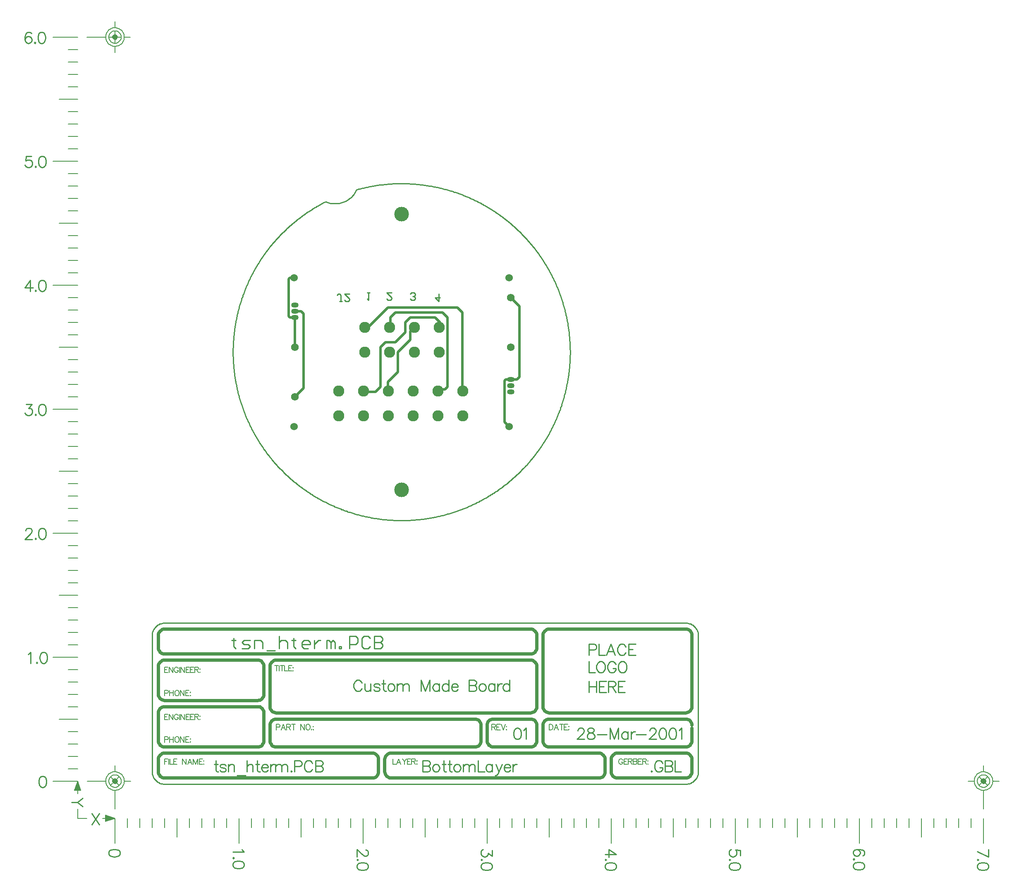
<source format=gbl>
%FSLAX23Y23*%
%MOIN*%
G70*
G01*
G75*
%ADD10C,0.020*%
%ADD11C,0.009*%
%ADD12C,0.010*%
%ADD13C,0.008*%
%ADD14C,0.025*%
%ADD15C,0.005*%
%ADD16C,0.090*%
%ADD17O,0.060X0.040*%
%ADD18C,0.060*%
%ADD19C,0.062*%
%ADD20C,0.118*%
D10*
X9508Y9092D02*
Y9172D01*
X10358Y8712D02*
X10408D01*
X10318D02*
X10358D01*
X10408D02*
X10428Y8732D01*
Y9302D01*
X10358Y9372D02*
X10428Y9302D01*
X9783Y9129D02*
X9788D01*
Y9172D01*
X9748Y9212D02*
X9788Y9172D01*
X9548Y9212D02*
X9748D01*
X9508Y9172D02*
X9548Y9212D01*
X9428Y9012D02*
X9508Y9092D01*
X9348Y9012D02*
X9428D01*
X9308Y8972D02*
X9348Y9012D01*
X9308Y8652D02*
Y8972D01*
X9268Y8612D02*
X9308Y8652D01*
X9171Y8612D02*
X9268D01*
X9171D02*
Y8617D01*
X9968D02*
X9971D01*
X9968D02*
Y9252D01*
X9928Y9292D02*
X9968Y9252D01*
X9368Y9292D02*
X9928D01*
X9208Y9132D02*
X9368Y9292D01*
X9183Y9132D02*
X9208D01*
X9183Y9129D02*
Y9132D01*
Y9129D02*
X9183Y9129D01*
X9383D02*
X9388D01*
Y9212D01*
X9428Y9252D01*
X9808D01*
X9848Y9212D01*
Y8652D02*
Y9212D01*
X9828Y8632D02*
X9848Y8652D01*
X9771Y8632D02*
X9828D01*
X9771Y8617D02*
Y8632D01*
X9368Y8617D02*
X9371D01*
X9368D02*
Y8692D01*
X9448Y8772D01*
Y8932D01*
X9548Y9032D01*
Y9098D01*
X9582Y9132D01*
X9583D01*
Y9129D02*
Y9132D01*
Y9129D02*
X9583Y9129D01*
X8618Y8572D02*
X8688Y8642D01*
Y9242D01*
X8668Y9262D02*
X8688Y9242D01*
X8618Y9262D02*
X8668D01*
X8618Y8972D02*
Y9212D01*
X8578D02*
X8618D01*
X8568Y9222D02*
X8578Y9212D01*
X8568Y9222D02*
Y9522D01*
X8578Y9532D01*
X8612D01*
X10308Y8368D02*
X10345Y8332D01*
X10308Y8368D02*
Y8702D01*
X10318Y8712D01*
D11*
X11493Y5555D02*
X11488Y5551D01*
X11493Y5547D01*
X11497Y5551D01*
X11493Y5555D01*
X11581Y5615D02*
X11577Y5624D01*
X11568Y5633D01*
X11560Y5637D01*
X11542D01*
X11534Y5633D01*
X11525Y5624D01*
X11521Y5615D01*
X11517Y5603D01*
Y5581D01*
X11521Y5568D01*
X11525Y5560D01*
X11534Y5551D01*
X11542Y5547D01*
X11560D01*
X11568Y5551D01*
X11577Y5560D01*
X11581Y5568D01*
Y5581D01*
X11560D02*
X11581D01*
X11602Y5637D02*
Y5547D01*
Y5637D02*
X11640D01*
X11653Y5633D01*
X11657Y5628D01*
X11662Y5620D01*
Y5611D01*
X11657Y5603D01*
X11653Y5598D01*
X11640Y5594D01*
X11602D02*
X11640D01*
X11653Y5590D01*
X11657Y5585D01*
X11662Y5577D01*
Y5564D01*
X11657Y5555D01*
X11653Y5551D01*
X11640Y5547D01*
X11602D01*
X11682Y5637D02*
Y5547D01*
X11733D01*
X6495Y11499D02*
X6491Y11507D01*
X6478Y11512D01*
X6469D01*
X6456Y11507D01*
X6448Y11495D01*
X6443Y11473D01*
Y11452D01*
X6448Y11435D01*
X6456Y11426D01*
X6469Y11422D01*
X6473D01*
X6486Y11426D01*
X6495Y11435D01*
X6499Y11448D01*
Y11452D01*
X6495Y11465D01*
X6486Y11473D01*
X6473Y11478D01*
X6469D01*
X6456Y11473D01*
X6448Y11465D01*
X6443Y11452D01*
X6523Y11430D02*
X6519Y11426D01*
X6523Y11422D01*
X6527Y11426D01*
X6523Y11430D01*
X6573Y11512D02*
X6560Y11507D01*
X6551Y11495D01*
X6547Y11473D01*
Y11460D01*
X6551Y11439D01*
X6560Y11426D01*
X6573Y11422D01*
X6581D01*
X6594Y11426D01*
X6603Y11439D01*
X6607Y11460D01*
Y11473D01*
X6603Y11495D01*
X6594Y11507D01*
X6581Y11512D01*
X6573D01*
X6486Y9512D02*
X6443Y9452D01*
X6508D01*
X6486Y9512D02*
Y9422D01*
X6528Y9430D02*
X6524Y9426D01*
X6528Y9422D01*
X6532Y9426D01*
X6528Y9430D01*
X6578Y9512D02*
X6565Y9507D01*
X6556Y9495D01*
X6552Y9473D01*
Y9460D01*
X6556Y9439D01*
X6565Y9426D01*
X6578Y9422D01*
X6586D01*
X6599Y9426D01*
X6608Y9439D01*
X6612Y9460D01*
Y9473D01*
X6608Y9495D01*
X6599Y9507D01*
X6586Y9512D01*
X6578D01*
X6448Y7490D02*
Y7495D01*
X6452Y7503D01*
X6456Y7508D01*
X6465Y7512D01*
X6482D01*
X6491Y7508D01*
X6495Y7503D01*
X6499Y7495D01*
Y7486D01*
X6495Y7478D01*
X6486Y7465D01*
X6443Y7422D01*
X6503D01*
X6528Y7430D02*
X6524Y7426D01*
X6528Y7422D01*
X6532Y7426D01*
X6528Y7430D01*
X6578Y7512D02*
X6565Y7508D01*
X6556Y7495D01*
X6552Y7473D01*
Y7460D01*
X6556Y7439D01*
X6565Y7426D01*
X6578Y7422D01*
X6586D01*
X6599Y7426D01*
X6608Y7439D01*
X6612Y7460D01*
Y7473D01*
X6608Y7495D01*
X6599Y7508D01*
X6586Y7512D01*
X6578D01*
X6582Y5512D02*
X6569Y5508D01*
X6560Y5495D01*
X6556Y5473D01*
Y5460D01*
X6560Y5439D01*
X6569Y5426D01*
X6582Y5422D01*
X6590D01*
X6603Y5426D01*
X6612Y5439D01*
X6616Y5460D01*
Y5473D01*
X6612Y5495D01*
X6603Y5508D01*
X6590Y5512D01*
X6582D01*
X6468Y6495D02*
X6477Y6499D01*
X6490Y6512D01*
Y6422D01*
X6539Y6430D02*
X6534Y6426D01*
X6539Y6422D01*
X6543Y6426D01*
X6539Y6430D01*
X6588Y6512D02*
X6576Y6508D01*
X6567Y6495D01*
X6563Y6473D01*
Y6460D01*
X6567Y6439D01*
X6576Y6426D01*
X6588Y6422D01*
X6597D01*
X6610Y6426D01*
X6618Y6439D01*
X6623Y6460D01*
Y6473D01*
X6618Y6495D01*
X6610Y6508D01*
X6597Y6512D01*
X6588D01*
X6452Y8512D02*
X6499D01*
X6473Y8478D01*
X6486D01*
X6495Y8473D01*
X6499Y8469D01*
X6503Y8456D01*
Y8448D01*
X6499Y8435D01*
X6491Y8426D01*
X6478Y8422D01*
X6465D01*
X6452Y8426D01*
X6448Y8430D01*
X6443Y8439D01*
X6528Y8430D02*
X6524Y8426D01*
X6528Y8422D01*
X6532Y8426D01*
X6528Y8430D01*
X6578Y8512D02*
X6565Y8507D01*
X6556Y8495D01*
X6552Y8473D01*
Y8460D01*
X6556Y8439D01*
X6565Y8426D01*
X6578Y8422D01*
X6586D01*
X6599Y8426D01*
X6608Y8439D01*
X6612Y8460D01*
Y8473D01*
X6608Y8495D01*
X6599Y8507D01*
X6586Y8512D01*
X6578D01*
X6495Y10512D02*
X6452D01*
X6448Y10473D01*
X6452Y10478D01*
X6465Y10482D01*
X6478D01*
X6491Y10478D01*
X6499Y10469D01*
X6503Y10456D01*
Y10448D01*
X6499Y10435D01*
X6491Y10426D01*
X6478Y10422D01*
X6465D01*
X6452Y10426D01*
X6448Y10430D01*
X6443Y10439D01*
X6528Y10430D02*
X6524Y10426D01*
X6528Y10422D01*
X6532Y10426D01*
X6528Y10430D01*
X6578Y10512D02*
X6565Y10507D01*
X6556Y10495D01*
X6552Y10473D01*
Y10460D01*
X6556Y10439D01*
X6565Y10426D01*
X6578Y10422D01*
X6586D01*
X6599Y10426D01*
X6608Y10439D01*
X6612Y10460D01*
Y10473D01*
X6608Y10495D01*
X6599Y10507D01*
X6586Y10512D01*
X6578D01*
X14208Y4862D02*
X14118Y4905D01*
X14208Y4922D02*
Y4862D01*
X14127Y4837D02*
X14123Y4842D01*
X14118Y4837D01*
X14123Y4833D01*
X14127Y4837D01*
X14208Y4788D02*
X14204Y4801D01*
X14191Y4809D01*
X14170Y4813D01*
X14157D01*
X14136Y4809D01*
X14123Y4801D01*
X14118Y4788D01*
Y4779D01*
X14123Y4766D01*
X14136Y4758D01*
X14157Y4753D01*
X14170D01*
X14191Y4758D01*
X14204Y4766D01*
X14208Y4779D01*
Y4788D01*
X12208Y4870D02*
Y4913D01*
X12170Y4918D01*
X12174Y4913D01*
X12178Y4900D01*
Y4888D01*
X12174Y4875D01*
X12166Y4866D01*
X12153Y4862D01*
X12144D01*
X12131Y4866D01*
X12123Y4875D01*
X12118Y4888D01*
Y4900D01*
X12123Y4913D01*
X12127Y4918D01*
X12136Y4922D01*
X12127Y4837D02*
X12123Y4842D01*
X12118Y4837D01*
X12123Y4833D01*
X12127Y4837D01*
X12208Y4788D02*
X12204Y4801D01*
X12191Y4809D01*
X12170Y4813D01*
X12157D01*
X12136Y4809D01*
X12123Y4801D01*
X12118Y4788D01*
Y4779D01*
X12123Y4766D01*
X12136Y4758D01*
X12157Y4753D01*
X12170D01*
X12191Y4758D01*
X12204Y4766D01*
X12208Y4779D01*
Y4788D01*
X10208Y4913D02*
Y4866D01*
X10174Y4892D01*
Y4879D01*
X10170Y4870D01*
X10166Y4866D01*
X10153Y4862D01*
X10144D01*
X10131Y4866D01*
X10123Y4875D01*
X10118Y4888D01*
Y4900D01*
X10123Y4913D01*
X10127Y4918D01*
X10136Y4922D01*
X10127Y4837D02*
X10123Y4842D01*
X10118Y4837D01*
X10123Y4833D01*
X10127Y4837D01*
X10208Y4788D02*
X10204Y4801D01*
X10191Y4809D01*
X10170Y4813D01*
X10157D01*
X10136Y4809D01*
X10123Y4801D01*
X10118Y4788D01*
Y4779D01*
X10123Y4766D01*
X10136Y4758D01*
X10157Y4753D01*
X10170D01*
X10191Y4758D01*
X10204Y4766D01*
X10208Y4779D01*
Y4788D01*
X8191Y4922D02*
X8196Y4913D01*
X8208Y4900D01*
X8118D01*
X8127Y4852D02*
X8123Y4856D01*
X8118Y4852D01*
X8123Y4847D01*
X8127Y4852D01*
X8208Y4802D02*
X8204Y4815D01*
X8191Y4823D01*
X8170Y4828D01*
X8157D01*
X8136Y4823D01*
X8123Y4815D01*
X8118Y4802D01*
Y4793D01*
X8123Y4780D01*
X8136Y4772D01*
X8157Y4768D01*
X8170D01*
X8191Y4772D01*
X8204Y4780D01*
X8208Y4793D01*
Y4802D01*
X7208Y4896D02*
X7204Y4909D01*
X7191Y4918D01*
X7170Y4922D01*
X7157D01*
X7136Y4918D01*
X7123Y4909D01*
X7118Y4896D01*
Y4888D01*
X7123Y4875D01*
X7136Y4866D01*
X7157Y4862D01*
X7170D01*
X7191Y4866D01*
X7204Y4875D01*
X7208Y4888D01*
Y4896D01*
X9187Y4918D02*
X9191D01*
X9200Y4913D01*
X9204Y4909D01*
X9208Y4900D01*
Y4883D01*
X9204Y4875D01*
X9200Y4870D01*
X9191Y4866D01*
X9183D01*
X9174Y4870D01*
X9161Y4879D01*
X9118Y4922D01*
Y4862D01*
X9127Y4837D02*
X9123Y4842D01*
X9118Y4837D01*
X9123Y4833D01*
X9127Y4837D01*
X9208Y4788D02*
X9204Y4801D01*
X9191Y4809D01*
X9170Y4813D01*
X9157D01*
X9136Y4809D01*
X9123Y4801D01*
X9118Y4788D01*
Y4779D01*
X9123Y4766D01*
X9136Y4758D01*
X9157Y4753D01*
X9170D01*
X9191Y4758D01*
X9204Y4766D01*
X9208Y4779D01*
Y4788D01*
X11208Y4879D02*
X11148Y4922D01*
Y4858D01*
X11208Y4879D02*
X11118D01*
X11127Y4837D02*
X11123Y4842D01*
X11118Y4837D01*
X11123Y4833D01*
X11127Y4837D01*
X11208Y4788D02*
X11204Y4801D01*
X11191Y4809D01*
X11170Y4813D01*
X11157D01*
X11136Y4809D01*
X11123Y4801D01*
X11118Y4788D01*
Y4779D01*
X11123Y4766D01*
X11136Y4758D01*
X11157Y4753D01*
X11170D01*
X11191Y4758D01*
X11204Y4766D01*
X11208Y4779D01*
Y4788D01*
X13196Y4870D02*
X13204Y4875D01*
X13208Y4888D01*
Y4896D01*
X13204Y4909D01*
X13191Y4918D01*
X13170Y4922D01*
X13148D01*
X13131Y4918D01*
X13123Y4909D01*
X13118Y4896D01*
Y4892D01*
X13123Y4879D01*
X13131Y4870D01*
X13144Y4866D01*
X13148D01*
X13161Y4870D01*
X13170Y4879D01*
X13174Y4892D01*
Y4896D01*
X13170Y4909D01*
X13161Y4918D01*
X13148Y4922D01*
X13127Y4842D02*
X13123Y4846D01*
X13118Y4842D01*
X13123Y4838D01*
X13127Y4842D01*
X13208Y4792D02*
X13204Y4805D01*
X13191Y4814D01*
X13170Y4818D01*
X13157D01*
X13136Y4814D01*
X13123Y4805D01*
X13118Y4792D01*
Y4784D01*
X13123Y4771D01*
X13136Y4762D01*
X13157Y4758D01*
X13170D01*
X13191Y4762D01*
X13204Y4771D01*
X13208Y4784D01*
Y4792D01*
X6981Y5212D02*
X7041Y5122D01*
Y5212D02*
X6981Y5122D01*
X6908Y5334D02*
X6866Y5300D01*
X6818D01*
X6908Y5266D02*
X6866Y5300D01*
X10898Y5878D02*
Y5882D01*
X10902Y5891D01*
X10906Y5895D01*
X10915Y5899D01*
X10932D01*
X10941Y5895D01*
X10945Y5891D01*
X10949Y5882D01*
Y5874D01*
X10945Y5865D01*
X10936Y5852D01*
X10893Y5809D01*
X10953D01*
X10995Y5899D02*
X10982Y5895D01*
X10978Y5886D01*
Y5878D01*
X10982Y5869D01*
X10991Y5865D01*
X11008Y5861D01*
X11021Y5856D01*
X11029Y5848D01*
X11034Y5839D01*
Y5826D01*
X11029Y5818D01*
X11025Y5814D01*
X11012Y5809D01*
X10995D01*
X10982Y5814D01*
X10978Y5818D01*
X10974Y5826D01*
Y5839D01*
X10978Y5848D01*
X10986Y5856D01*
X10999Y5861D01*
X11016Y5865D01*
X11025Y5869D01*
X11029Y5878D01*
Y5886D01*
X11025Y5895D01*
X11012Y5899D01*
X10995D01*
X11054Y5848D02*
X11131D01*
X11157Y5899D02*
Y5809D01*
Y5899D02*
X11192Y5809D01*
X11226Y5899D02*
X11192Y5809D01*
X11226Y5899D02*
Y5809D01*
X11303Y5869D02*
Y5809D01*
Y5856D02*
X11295Y5865D01*
X11286Y5869D01*
X11273D01*
X11265Y5865D01*
X11256Y5856D01*
X11252Y5844D01*
Y5835D01*
X11256Y5822D01*
X11265Y5814D01*
X11273Y5809D01*
X11286D01*
X11295Y5814D01*
X11303Y5822D01*
X11327Y5869D02*
Y5809D01*
Y5844D02*
X11331Y5856D01*
X11340Y5865D01*
X11349Y5869D01*
X11361D01*
X11370Y5848D02*
X11447D01*
X11478Y5878D02*
Y5882D01*
X11482Y5891D01*
X11486Y5895D01*
X11495Y5899D01*
X11512D01*
X11520Y5895D01*
X11525Y5891D01*
X11529Y5882D01*
Y5874D01*
X11525Y5865D01*
X11516Y5852D01*
X11473Y5809D01*
X11533D01*
X11579Y5899D02*
X11566Y5895D01*
X11558Y5882D01*
X11553Y5861D01*
Y5848D01*
X11558Y5826D01*
X11566Y5814D01*
X11579Y5809D01*
X11588D01*
X11600Y5814D01*
X11609Y5826D01*
X11613Y5848D01*
Y5861D01*
X11609Y5882D01*
X11600Y5895D01*
X11588Y5899D01*
X11579D01*
X11659D02*
X11646Y5895D01*
X11638Y5882D01*
X11633Y5861D01*
Y5848D01*
X11638Y5826D01*
X11646Y5814D01*
X11659Y5809D01*
X11668D01*
X11681Y5814D01*
X11689Y5826D01*
X11693Y5848D01*
Y5861D01*
X11689Y5882D01*
X11681Y5895D01*
X11668Y5899D01*
X11659D01*
X11714Y5882D02*
X11722Y5886D01*
X11735Y5899D01*
Y5809D01*
X10988Y6277D02*
Y6187D01*
X11048Y6277D02*
Y6187D01*
X10988Y6234D02*
X11048D01*
X11129Y6277D02*
X11073D01*
Y6187D01*
X11129D01*
X11073Y6234D02*
X11108D01*
X11144Y6277D02*
Y6187D01*
Y6277D02*
X11183D01*
X11195Y6273D01*
X11200Y6268D01*
X11204Y6260D01*
Y6251D01*
X11200Y6243D01*
X11195Y6238D01*
X11183Y6234D01*
X11144D01*
X11174D02*
X11204Y6187D01*
X11280Y6277D02*
X11224D01*
Y6187D01*
X11280D01*
X11224Y6234D02*
X11258D01*
X10988Y6437D02*
Y6347D01*
X11040D01*
X11075Y6437D02*
X11067Y6432D01*
X11058Y6424D01*
X11054Y6415D01*
X11050Y6403D01*
Y6381D01*
X11054Y6368D01*
X11058Y6360D01*
X11067Y6351D01*
X11075Y6347D01*
X11093D01*
X11101Y6351D01*
X11110Y6360D01*
X11114Y6368D01*
X11118Y6381D01*
Y6403D01*
X11114Y6415D01*
X11110Y6424D01*
X11101Y6432D01*
X11093Y6437D01*
X11075D01*
X11204Y6415D02*
X11199Y6424D01*
X11191Y6432D01*
X11182Y6437D01*
X11165D01*
X11156Y6432D01*
X11148Y6424D01*
X11144Y6415D01*
X11139Y6403D01*
Y6381D01*
X11144Y6368D01*
X11148Y6360D01*
X11156Y6351D01*
X11165Y6347D01*
X11182D01*
X11191Y6351D01*
X11199Y6360D01*
X11204Y6368D01*
Y6381D01*
X11182D02*
X11204D01*
X11250Y6437D02*
X11241Y6432D01*
X11233Y6424D01*
X11228Y6415D01*
X11224Y6403D01*
Y6381D01*
X11228Y6368D01*
X11233Y6360D01*
X11241Y6351D01*
X11250Y6347D01*
X11267D01*
X11276Y6351D01*
X11284Y6360D01*
X11288Y6368D01*
X11293Y6381D01*
Y6403D01*
X11288Y6415D01*
X11284Y6424D01*
X11276Y6432D01*
X11267Y6437D01*
X11250D01*
X10988Y6530D02*
X11027D01*
X11040Y6534D01*
X11044Y6538D01*
X11048Y6547D01*
Y6560D01*
X11044Y6568D01*
X11040Y6573D01*
X11027Y6577D01*
X10988D01*
Y6487D01*
X11069Y6577D02*
Y6487D01*
X11120D01*
X11198D02*
X11164Y6577D01*
X11130Y6487D01*
X11143Y6517D02*
X11186D01*
X11284Y6555D02*
X11279Y6564D01*
X11271Y6573D01*
X11262Y6577D01*
X11245D01*
X11237Y6573D01*
X11228Y6564D01*
X11224Y6555D01*
X11219Y6543D01*
Y6521D01*
X11224Y6508D01*
X11228Y6500D01*
X11237Y6491D01*
X11245Y6487D01*
X11262D01*
X11271Y6491D01*
X11279Y6500D01*
X11284Y6508D01*
X11365Y6577D02*
X11309D01*
Y6487D01*
X11365D01*
X11309Y6534D02*
X11343D01*
X10407Y5899D02*
X10394Y5895D01*
X10385Y5882D01*
X10381Y5861D01*
Y5848D01*
X10385Y5826D01*
X10394Y5814D01*
X10407Y5809D01*
X10415D01*
X10428Y5814D01*
X10437Y5826D01*
X10441Y5848D01*
Y5861D01*
X10437Y5882D01*
X10428Y5895D01*
X10415Y5899D01*
X10407D01*
X10461Y5882D02*
X10470Y5886D01*
X10483Y5899D01*
Y5809D01*
X9648Y5637D02*
Y5547D01*
Y5637D02*
X9687D01*
X9700Y5633D01*
X9704Y5628D01*
X9708Y5620D01*
Y5611D01*
X9704Y5603D01*
X9700Y5598D01*
X9687Y5594D01*
X9648D02*
X9687D01*
X9700Y5590D01*
X9704Y5585D01*
X9708Y5577D01*
Y5564D01*
X9704Y5555D01*
X9700Y5551D01*
X9687Y5547D01*
X9648D01*
X9750Y5607D02*
X9741Y5603D01*
X9733Y5594D01*
X9729Y5581D01*
Y5573D01*
X9733Y5560D01*
X9741Y5551D01*
X9750Y5547D01*
X9763D01*
X9771Y5551D01*
X9780Y5560D01*
X9784Y5573D01*
Y5581D01*
X9780Y5594D01*
X9771Y5603D01*
X9763Y5607D01*
X9750D01*
X9817Y5637D02*
Y5564D01*
X9821Y5551D01*
X9830Y5547D01*
X9838D01*
X9804Y5607D02*
X9834D01*
X9864Y5637D02*
Y5564D01*
X9868Y5551D01*
X9877Y5547D01*
X9885D01*
X9851Y5607D02*
X9881D01*
X9920D02*
X9911Y5603D01*
X9903Y5594D01*
X9898Y5581D01*
Y5573D01*
X9903Y5560D01*
X9911Y5551D01*
X9920Y5547D01*
X9933D01*
X9941Y5551D01*
X9950Y5560D01*
X9954Y5573D01*
Y5581D01*
X9950Y5594D01*
X9941Y5603D01*
X9933Y5607D01*
X9920D01*
X9974D02*
Y5547D01*
Y5590D02*
X9987Y5603D01*
X9995Y5607D01*
X10008D01*
X10017Y5603D01*
X10021Y5590D01*
Y5547D01*
Y5590D02*
X10034Y5603D01*
X10042Y5607D01*
X10055D01*
X10064Y5603D01*
X10068Y5590D01*
Y5547D01*
X10096Y5637D02*
Y5547D01*
X10148D01*
X10209Y5607D02*
Y5547D01*
Y5594D02*
X10200Y5603D01*
X10192Y5607D01*
X10179D01*
X10170Y5603D01*
X10162Y5594D01*
X10158Y5581D01*
Y5573D01*
X10162Y5560D01*
X10170Y5551D01*
X10179Y5547D01*
X10192D01*
X10200Y5551D01*
X10209Y5560D01*
X10237Y5607D02*
X10263Y5547D01*
X10289Y5607D02*
X10263Y5547D01*
X10254Y5530D01*
X10246Y5521D01*
X10237Y5517D01*
X10233D01*
X10304Y5581D02*
X10355D01*
Y5590D01*
X10351Y5598D01*
X10346Y5603D01*
X10338Y5607D01*
X10325D01*
X10316Y5603D01*
X10308Y5594D01*
X10304Y5581D01*
Y5573D01*
X10308Y5560D01*
X10316Y5551D01*
X10325Y5547D01*
X10338D01*
X10346Y5551D01*
X10355Y5560D01*
X10374Y5607D02*
Y5547D01*
Y5581D02*
X10379Y5594D01*
X10387Y5603D01*
X10396Y5607D01*
X10409D01*
X7981Y5637D02*
Y5564D01*
X7986Y5551D01*
X7994Y5547D01*
X8003D01*
X7968Y5607D02*
X7998D01*
X8063Y5594D02*
X8058Y5603D01*
X8046Y5607D01*
X8033D01*
X8020Y5603D01*
X8016Y5594D01*
X8020Y5585D01*
X8028Y5581D01*
X8050Y5577D01*
X8058Y5573D01*
X8063Y5564D01*
Y5560D01*
X8058Y5551D01*
X8046Y5547D01*
X8033D01*
X8020Y5551D01*
X8016Y5560D01*
X8082Y5607D02*
Y5547D01*
Y5590D02*
X8094Y5603D01*
X8103Y5607D01*
X8116D01*
X8124Y5603D01*
X8129Y5590D01*
Y5547D01*
X8152Y5517D02*
X8221D01*
X8232Y5637D02*
Y5547D01*
Y5590D02*
X8245Y5603D01*
X8254Y5607D01*
X8267D01*
X8275Y5603D01*
X8280Y5590D01*
Y5547D01*
X8316Y5637D02*
Y5564D01*
X8320Y5551D01*
X8329Y5547D01*
X8337D01*
X8303Y5607D02*
X8333D01*
X8350Y5581D02*
X8402D01*
Y5590D01*
X8397Y5598D01*
X8393Y5603D01*
X8385Y5607D01*
X8372D01*
X8363Y5603D01*
X8355Y5594D01*
X8350Y5581D01*
Y5573D01*
X8355Y5560D01*
X8363Y5551D01*
X8372Y5547D01*
X8385D01*
X8393Y5551D01*
X8402Y5560D01*
X8421Y5607D02*
Y5547D01*
Y5581D02*
X8425Y5594D01*
X8434Y5603D01*
X8442Y5607D01*
X8455D01*
X8463D02*
Y5547D01*
Y5590D02*
X8476Y5603D01*
X8485Y5607D01*
X8498D01*
X8506Y5603D01*
X8511Y5590D01*
Y5547D01*
Y5590D02*
X8523Y5603D01*
X8532Y5607D01*
X8545D01*
X8553Y5603D01*
X8558Y5590D01*
Y5547D01*
X8590Y5555D02*
X8586Y5551D01*
X8590Y5547D01*
X8595Y5551D01*
X8590Y5555D01*
X8614Y5590D02*
X8653D01*
X8666Y5594D01*
X8670Y5598D01*
X8674Y5607D01*
Y5620D01*
X8670Y5628D01*
X8666Y5633D01*
X8653Y5637D01*
X8614D01*
Y5547D01*
X8759Y5615D02*
X8754Y5624D01*
X8746Y5633D01*
X8737Y5637D01*
X8720D01*
X8711Y5633D01*
X8703Y5624D01*
X8699Y5615D01*
X8694Y5603D01*
Y5581D01*
X8699Y5568D01*
X8703Y5560D01*
X8711Y5551D01*
X8720Y5547D01*
X8737D01*
X8746Y5551D01*
X8754Y5560D01*
X8759Y5568D01*
X8784Y5637D02*
Y5547D01*
Y5637D02*
X8822D01*
X8835Y5633D01*
X8840Y5628D01*
X8844Y5620D01*
Y5611D01*
X8840Y5603D01*
X8835Y5598D01*
X8822Y5594D01*
X8784D02*
X8822D01*
X8835Y5590D01*
X8840Y5585D01*
X8844Y5577D01*
Y5564D01*
X8840Y5555D01*
X8835Y5551D01*
X8822Y5547D01*
X8784D01*
X9158Y6265D02*
X9153Y6274D01*
X9145Y6282D01*
X9136Y6287D01*
X9119D01*
X9111Y6282D01*
X9102Y6274D01*
X9098Y6265D01*
X9093Y6253D01*
Y6231D01*
X9098Y6218D01*
X9102Y6210D01*
X9111Y6201D01*
X9119Y6197D01*
X9136D01*
X9145Y6201D01*
X9153Y6210D01*
X9158Y6218D01*
X9183Y6257D02*
Y6214D01*
X9187Y6201D01*
X9196Y6197D01*
X9209D01*
X9217Y6201D01*
X9230Y6214D01*
Y6257D02*
Y6197D01*
X9301Y6244D02*
X9297Y6253D01*
X9284Y6257D01*
X9271D01*
X9258Y6253D01*
X9254Y6244D01*
X9258Y6235D01*
X9267Y6231D01*
X9288Y6227D01*
X9297Y6223D01*
X9301Y6214D01*
Y6210D01*
X9297Y6201D01*
X9284Y6197D01*
X9271D01*
X9258Y6201D01*
X9254Y6210D01*
X9333Y6287D02*
Y6214D01*
X9337Y6201D01*
X9345Y6197D01*
X9354D01*
X9320Y6257D02*
X9350D01*
X9388D02*
X9380Y6253D01*
X9371Y6244D01*
X9367Y6231D01*
Y6223D01*
X9371Y6210D01*
X9380Y6201D01*
X9388Y6197D01*
X9401D01*
X9410Y6201D01*
X9418Y6210D01*
X9423Y6223D01*
Y6231D01*
X9418Y6244D01*
X9410Y6253D01*
X9401Y6257D01*
X9388D01*
X9442D02*
Y6197D01*
Y6240D02*
X9455Y6253D01*
X9464Y6257D01*
X9477D01*
X9485Y6253D01*
X9489Y6240D01*
Y6197D01*
Y6240D02*
X9502Y6253D01*
X9511Y6257D01*
X9524D01*
X9532Y6253D01*
X9537Y6240D01*
Y6197D01*
X9636Y6287D02*
Y6197D01*
Y6287D02*
X9670Y6197D01*
X9704Y6287D02*
X9670Y6197D01*
X9704Y6287D02*
Y6197D01*
X9781Y6257D02*
Y6197D01*
Y6244D02*
X9773Y6253D01*
X9764Y6257D01*
X9751D01*
X9743Y6253D01*
X9734Y6244D01*
X9730Y6231D01*
Y6223D01*
X9734Y6210D01*
X9743Y6201D01*
X9751Y6197D01*
X9764D01*
X9773Y6201D01*
X9781Y6210D01*
X9857Y6287D02*
Y6197D01*
Y6244D02*
X9848Y6253D01*
X9839Y6257D01*
X9827D01*
X9818Y6253D01*
X9809Y6244D01*
X9805Y6231D01*
Y6223D01*
X9809Y6210D01*
X9818Y6201D01*
X9827Y6197D01*
X9839D01*
X9848Y6201D01*
X9857Y6210D01*
X9881Y6231D02*
X9932D01*
Y6240D01*
X9928Y6248D01*
X9923Y6253D01*
X9915Y6257D01*
X9902D01*
X9893Y6253D01*
X9885Y6244D01*
X9881Y6231D01*
Y6223D01*
X9885Y6210D01*
X9893Y6201D01*
X9902Y6197D01*
X9915D01*
X9923Y6201D01*
X9932Y6210D01*
X10022Y6287D02*
Y6197D01*
Y6287D02*
X10061D01*
X10073Y6282D01*
X10078Y6278D01*
X10082Y6270D01*
Y6261D01*
X10078Y6253D01*
X10073Y6248D01*
X10061Y6244D01*
X10022D02*
X10061D01*
X10073Y6240D01*
X10078Y6235D01*
X10082Y6227D01*
Y6214D01*
X10078Y6205D01*
X10073Y6201D01*
X10061Y6197D01*
X10022D01*
X10124Y6257D02*
X10115Y6253D01*
X10106Y6244D01*
X10102Y6231D01*
Y6223D01*
X10106Y6210D01*
X10115Y6201D01*
X10124Y6197D01*
X10136D01*
X10145Y6201D01*
X10154Y6210D01*
X10158Y6223D01*
Y6231D01*
X10154Y6244D01*
X10145Y6253D01*
X10136Y6257D01*
X10124D01*
X10229D02*
Y6197D01*
Y6244D02*
X10220Y6253D01*
X10212Y6257D01*
X10199D01*
X10190Y6253D01*
X10182Y6244D01*
X10178Y6231D01*
Y6223D01*
X10182Y6210D01*
X10190Y6201D01*
X10199Y6197D01*
X10212D01*
X10220Y6201D01*
X10229Y6210D01*
X10253Y6257D02*
Y6197D01*
Y6231D02*
X10257Y6244D01*
X10266Y6253D01*
X10274Y6257D01*
X10287D01*
X10347Y6287D02*
Y6197D01*
Y6244D02*
X10338Y6253D01*
X10330Y6257D01*
X10317D01*
X10308Y6253D01*
X10300Y6244D01*
X10295Y6231D01*
Y6223D01*
X10300Y6210D01*
X10308Y6201D01*
X10317Y6197D01*
X10330D01*
X10338Y6201D01*
X10347Y6210D01*
D12*
X8998Y9342D02*
X8978D01*
X8988D01*
Y9392D01*
X8978Y9402D01*
X8968D01*
X8958Y9392D01*
X9058Y9402D02*
X9018D01*
X9058Y9362D01*
Y9352D01*
X9048Y9342D01*
X9028D01*
X9018Y9352D01*
X9398Y9412D02*
X9358D01*
X9398Y9372D01*
Y9362D01*
X9388Y9352D01*
X9368D01*
X9358Y9362D01*
X9203Y9409D02*
X9223D01*
X9213D01*
Y9349D01*
X9203Y9359D01*
X9548Y9362D02*
X9558Y9352D01*
X9578D01*
X9588Y9362D01*
Y9372D01*
X9578Y9382D01*
X9568D01*
X9578D01*
X9588Y9392D01*
Y9402D01*
X9578Y9412D01*
X9558D01*
X9548Y9402D01*
X9778Y9402D02*
Y9342D01*
X9748Y9372D01*
X9788D01*
X8867Y10145D02*
X8876Y10141D01*
X8886Y10138D01*
X8895Y10135D01*
X8905Y10132D01*
X8915Y10131D01*
X8925Y10129D01*
X8936Y10129D01*
X8946Y10129D01*
X8956Y10129D01*
X8966Y10130D01*
X8976Y10132D01*
X8986Y10134D01*
X8996Y10136D01*
X9005Y10140D01*
X9015Y10143D01*
X9024Y10147D01*
X9033Y10152D01*
X9042Y10157D01*
X9051Y10163D01*
X9059Y10169D01*
X9066Y10175D01*
X9074Y10182D01*
X9081Y10190D01*
X9088Y10197D01*
X9094Y10205D01*
X9100Y10214D01*
X9105Y10222D01*
X9110Y10231D01*
X9114Y10241D01*
X7568Y6747D02*
X7559Y6746D01*
X7549Y6745D01*
X7539Y6742D01*
X7530Y6739D01*
X7521Y6735D01*
X7513Y6730D01*
X7505Y6724D01*
X7498Y6718D01*
X7491Y6710D01*
X7485Y6702D01*
X7480Y6694D01*
X7476Y6685D01*
X7473Y6676D01*
X7470Y6666D01*
X7469Y6657D01*
X7468Y6647D01*
Y5548D02*
X7469Y5538D01*
X7470Y5528D01*
X7473Y5519D01*
X7476Y5510D01*
X7480Y5501D01*
X7485Y5492D01*
X7491Y5484D01*
X7497Y5477D01*
X7505Y5470D01*
X7512Y5464D01*
X7521Y5459D01*
X7530Y5455D01*
X7539Y5452D01*
X7548Y5449D01*
X7558Y5447D01*
X7568Y5447D01*
X11768Y5447D02*
X11778Y5447D01*
X11788Y5449D01*
X11798Y5451D01*
X11807Y5454D01*
X11816Y5459D01*
X11824Y5464D01*
X11832Y5470D01*
X11839Y5476D01*
X11846Y5483D01*
X11852Y5491D01*
X11857Y5500D01*
X11861Y5509D01*
X11864Y5518D01*
X11867Y5527D01*
X11868Y5537D01*
X11868Y5547D01*
Y6647D02*
X11868Y6657D01*
X11867Y6666D01*
X11864Y6676D01*
X11861Y6685D01*
X11857Y6694D01*
X11852Y6702D01*
X11846Y6710D01*
X11839Y6718D01*
X11832Y6724D01*
X11824Y6730D01*
X11816Y6735D01*
X11807Y6739D01*
X11798Y6742D01*
X11788Y6745D01*
X11778Y6746D01*
X11768Y6747D01*
X8867Y10145D02*
X8858Y10140D01*
X8849Y10136D01*
X8840Y10131D01*
X8831Y10126D01*
X8822Y10121D01*
X8814Y10117D01*
X8805Y10112D01*
X8796Y10107D01*
X8788Y10102D01*
X8779Y10096D01*
X8770Y10091D01*
X8762Y10086D01*
X8754Y10081D01*
X8745Y10075D01*
X8737Y10070D01*
X8728Y10064D01*
X8720Y10059D01*
X8712Y10053D01*
X8703Y10048D01*
X8695Y10042D01*
X8687Y10036D01*
X8679Y10030D01*
X8671Y10024D01*
X8663Y10018D01*
X8655Y10012D01*
X8647Y10006D01*
X8639Y10000D01*
X8631Y9994D01*
X8624Y9988D01*
X8616Y9981D01*
X8608Y9975D01*
X8600Y9968D01*
X8593Y9962D01*
X8585Y9955D01*
X8578Y9949D01*
X8570Y9942D01*
X8563Y9935D01*
X8556Y9929D01*
X8548Y9922D01*
X8541Y9915D01*
X8534Y9908D01*
X8527Y9901D01*
X8520Y9894D01*
X8512Y9887D01*
X8505Y9880D01*
X8499Y9873D01*
X8492Y9865D01*
X8485Y9858D01*
X8478Y9851D01*
X8471Y9843D01*
X8465Y9836D01*
X8458Y9828D01*
X8451Y9821D01*
X8445Y9813D01*
X8438Y9806D01*
X8432Y9798D01*
X8426Y9790D01*
X8419Y9783D01*
X8413Y9775D01*
X8407Y9767D01*
X8401Y9759D01*
X8395Y9751D01*
X8389Y9743D01*
X8383Y9735D01*
X8377Y9727D01*
X8371Y9719D01*
X8365Y9711D01*
X8360Y9702D01*
X8354Y9694D01*
X8348Y9686D01*
X8343Y9677D01*
X8337Y9669D01*
X8332Y9661D01*
X8327Y9652D01*
X8321Y9644D01*
X8316Y9635D01*
X8311Y9627D01*
X8306Y9618D01*
X8301Y9609D01*
X8296Y9601D01*
X8291Y9592D01*
X8286Y9583D01*
X8282Y9574D01*
X8277Y9566D01*
X8272Y9557D01*
X8268Y9548D01*
X8263Y9539D01*
X8259Y9530D01*
X8254Y9521D01*
X8250Y9512D01*
X8246Y9503D01*
X8242Y9494D01*
X8238Y9485D01*
X8234Y9475D01*
X8230Y9466D01*
X8226Y9457D01*
X8222Y9448D01*
X8218Y9439D01*
X8214Y9429D01*
X8211Y9420D01*
X8207Y9411D01*
X8204Y9401D01*
X8200Y9392D01*
X8197Y9382D01*
X8194Y9373D01*
X8190Y9364D01*
X8187Y9354D01*
X8184Y9345D01*
X8181Y9335D01*
X8178Y9325D01*
X8175Y9316D01*
X8173Y9306D01*
X8170Y9297D01*
X8167Y9287D01*
X8165Y9277D01*
X8162Y9268D01*
X8160Y9258D01*
X8157Y9248D01*
X8155Y9239D01*
X8153Y9229D01*
X8151Y9219D01*
X8149Y9209D01*
X8147Y9199D01*
X8145Y9190D01*
X8143Y9180D01*
X8141Y9170D01*
X8139Y9160D01*
X8138Y9150D01*
X8136Y9140D01*
X8135Y9131D01*
X8133Y9121D01*
X8132Y9111D01*
X8131Y9101D01*
X8129Y9091D01*
X8128Y9081D01*
X8127Y9071D01*
X8126Y9061D01*
X8125Y9051D01*
X8125Y9041D01*
X8124Y9031D01*
X8123Y9021D01*
X8122Y9011D01*
X8122Y9001D01*
X8121Y8991D01*
X8121Y8981D01*
X8121Y8971D01*
X8120Y8961D01*
X8120Y8951D01*
X8120Y8941D01*
X8120Y8931D01*
X8120Y8921D01*
X8120Y8911D01*
X8120Y8901D01*
X8121Y8891D01*
X8121Y8881D01*
X8121Y8871D01*
X8122Y8861D01*
X8123Y8851D01*
X8123Y8841D01*
X8124Y8831D01*
X8125Y8821D01*
X8125Y8811D01*
X8126Y8801D01*
X8127Y8792D01*
X8128Y8782D01*
X8130Y8772D01*
X8131Y8762D01*
X8132Y8752D01*
X8133Y8742D01*
X8135Y8732D01*
X8136Y8722D01*
X8138Y8712D01*
X8140Y8702D01*
X8141Y8693D01*
X8143Y8683D01*
X8145Y8673D01*
X8147Y8663D01*
X8149Y8653D01*
X8151Y8644D01*
X8153Y8634D01*
X8156Y8624D01*
X8158Y8614D01*
X8160Y8605D01*
X8163Y8595D01*
X8165Y8585D01*
X8168Y8576D01*
X8170Y8566D01*
X8173Y8556D01*
X8176Y8547D01*
X8179Y8537D01*
X8182Y8528D01*
X8185Y8518D01*
X8188Y8509D01*
X8191Y8499D01*
X8194Y8490D01*
X8197Y8480D01*
X8201Y8471D01*
X8204Y8461D01*
X8208Y8452D01*
X8211Y8443D01*
X8215Y8433D01*
X8219Y8424D01*
X8222Y8415D01*
X8226Y8406D01*
X8230Y8396D01*
X8234Y8387D01*
X8238Y8378D01*
X8242Y8369D01*
X8247Y8360D01*
X8251Y8351D01*
X8255Y8342D01*
X8259Y8333D01*
X8264Y8324D01*
X8268Y8315D01*
X8273Y8306D01*
X8278Y8297D01*
X8282Y8288D01*
X8287Y8280D01*
X8292Y8271D01*
X8297Y8262D01*
X8302Y8253D01*
X8307Y8245D01*
X8312Y8236D01*
X8317Y8228D01*
X8322Y8219D01*
X8328Y8211D01*
X8333Y8202D01*
X8338Y8194D01*
X8344Y8185D01*
X8349Y8177D01*
X8355Y8169D01*
X8361Y8160D01*
X8366Y8152D01*
X8372Y8144D01*
X8378Y8136D01*
X8384Y8128D01*
X8390Y8120D01*
X8396Y8112D01*
X8402Y8104D01*
X8408Y8096D01*
X8414Y8088D01*
X8420Y8080D01*
X8427Y8073D01*
X8433Y8065D01*
X8439Y8057D01*
X8446Y8050D01*
X8452Y8042D01*
X8459Y8034D01*
X8466Y8027D01*
X8472Y8020D01*
X8479Y8012D01*
X8486Y8005D01*
X8493Y7998D01*
X8500Y7990D01*
X8507Y7983D01*
X8514Y7976D01*
X8521Y7969D01*
X8528Y7962D01*
X8535Y7955D01*
X8542Y7948D01*
X8549Y7941D01*
X8557Y7934D01*
X8564Y7928D01*
X8571Y7921D01*
X8579Y7914D01*
X8586Y7908D01*
X8594Y7901D01*
X8602Y7895D01*
X8609Y7888D01*
X8617Y7882D01*
X8625Y7876D01*
X8633Y7869D01*
X8640Y7863D01*
X8648Y7857D01*
X8656Y7851D01*
X8664Y7845D01*
X8672Y7839D01*
X8680Y7833D01*
X8688Y7827D01*
X8697Y7821D01*
X8705Y7816D01*
X8713Y7810D01*
X8721Y7804D01*
X8730Y7799D01*
X8738Y7793D01*
X8746Y7788D01*
X8755Y7783D01*
X8763Y7777D01*
X8772Y7772D01*
X8780Y7767D01*
X8789Y7762D01*
X8798Y7757D01*
X8806Y7752D01*
X8815Y7747D01*
X8824Y7742D01*
X8832Y7737D01*
X8841Y7732D01*
X8850Y7728D01*
X8859Y7723D01*
X8868Y7719D01*
X8877Y7714D01*
X8886Y7710D01*
X8895Y7705D01*
X8904Y7701D01*
X8913Y7697D01*
X8922Y7693D01*
X8931Y7689D01*
X8940Y7685D01*
X8950Y7681D01*
X8959Y7677D01*
X8968Y7673D01*
X8977Y7670D01*
X8987Y7666D01*
X8996Y7662D01*
X9005Y7659D01*
X9015Y7655D01*
X9024Y7652D01*
X9034Y7649D01*
X9043Y7645D01*
X9053Y7642D01*
X9062Y7639D01*
X9072Y7636D01*
X9081Y7633D01*
X9091Y7630D01*
X9100Y7627D01*
X9110Y7625D01*
X9120Y7622D01*
X9129Y7619D01*
X9139Y7617D01*
X9149Y7614D01*
X9158Y7612D01*
X9168Y7610D01*
X9178Y7607D01*
X9187Y7605D01*
X9197Y7603D01*
X9207Y7601D01*
X9217Y7599D01*
X9227Y7597D01*
X9236Y7595D01*
X9246Y7594D01*
X9256Y7592D01*
X9266Y7590D01*
X9276Y7589D01*
X9286Y7587D01*
X9296Y7586D01*
X9306Y7585D01*
X9316Y7584D01*
X9325Y7582D01*
X9335Y7581D01*
X9345Y7580D01*
X9355Y7579D01*
X9365Y7578D01*
X9375Y7578D01*
X9385Y7577D01*
X9395Y7576D01*
X9405Y7576D01*
X9415Y7575D01*
X9425Y7575D01*
X9435Y7574D01*
X9445Y7574D01*
X9455Y7574D01*
X9465Y7574D01*
X9475Y7574D01*
X9485Y7574D01*
X9495Y7574D01*
X9505Y7574D01*
X9515Y7574D01*
X9525Y7575D01*
X9535Y7575D01*
X9545Y7575D01*
X9555Y7576D01*
X9565Y7577D01*
X9575Y7577D01*
X9585Y7578D01*
X9595Y7579D01*
X9605Y7580D01*
X9615Y7581D01*
X9625Y7582D01*
X9635Y7583D01*
X9645Y7584D01*
X9655Y7585D01*
X9665Y7587D01*
X9674Y7588D01*
X9684Y7589D01*
X9694Y7591D01*
X9704Y7593D01*
X9714Y7594D01*
X9724Y7596D01*
X9734Y7598D01*
X9743Y7600D01*
X9753Y7602D01*
X9763Y7604D01*
X9773Y7606D01*
X9782Y7608D01*
X9792Y7611D01*
X9802Y7613D01*
X9812Y7615D01*
X9821Y7618D01*
X9831Y7620D01*
X9841Y7623D01*
X9850Y7626D01*
X9860Y7628D01*
X9869Y7631D01*
X9879Y7634D01*
X9889Y7637D01*
X9898Y7640D01*
X9908Y7643D01*
X9917Y7647D01*
X9927Y7650D01*
X9936Y7653D01*
X9945Y7657D01*
X9955Y7660D01*
X9964Y7664D01*
X9973Y7667D01*
X9983Y7671D01*
X9992Y7675D01*
X10001Y7678D01*
X10010Y7682D01*
X10020Y7686D01*
X10029Y7690D01*
X10038Y7694D01*
X10047Y7699D01*
X10056Y7703D01*
X10065Y7707D01*
X10074Y7711D01*
X10083Y7716D01*
X10092Y7720D01*
X10101Y7725D01*
X10110Y7729D01*
X10119Y7734D01*
X10127Y7739D01*
X10136Y7744D01*
X10145Y7749D01*
X10154Y7753D01*
X10162Y7758D01*
X10171Y7764D01*
X10179Y7769D01*
X10188Y7774D01*
X10196Y7779D01*
X10205Y7784D01*
X10213Y7790D01*
X10222Y7795D01*
X10230Y7801D01*
X10238Y7806D01*
X10247Y7812D01*
X10255Y7818D01*
X10263Y7823D01*
X10271Y7829D01*
X10279Y7835D01*
X10287Y7841D01*
X10295Y7847D01*
X10303Y7853D01*
X10311Y7859D01*
X10319Y7865D01*
X10327Y7871D01*
X10335Y7878D01*
X10342Y7884D01*
X10350Y7890D01*
X10358Y7897D01*
X10365Y7903D01*
X10373Y7910D01*
X10380Y7917D01*
X10388Y7923D01*
X10395Y7930D01*
X10403Y7937D01*
X10410Y7944D01*
X10417Y7950D01*
X10424Y7957D01*
X10432Y7964D01*
X10439Y7971D01*
X10446Y7979D01*
X10453Y7986D01*
X10460Y7993D01*
X10467Y8000D01*
X10473Y8007D01*
X10480Y8015D01*
X10487Y8022D01*
X10494Y8030D01*
X10500Y8037D01*
X10507Y8045D01*
X10513Y8052D01*
X10520Y8060D01*
X10526Y8068D01*
X10532Y8075D01*
X10539Y8083D01*
X10545Y8091D01*
X10551Y8099D01*
X10557Y8107D01*
X10563Y8115D01*
X10569Y8123D01*
X10575Y8131D01*
X10581Y8139D01*
X10587Y8147D01*
X10593Y8155D01*
X10598Y8163D01*
X10604Y8172D01*
X10609Y8180D01*
X10615Y8188D01*
X10620Y8197D01*
X10626Y8205D01*
X10631Y8214D01*
X10636Y8222D01*
X10642Y8231D01*
X10647Y8239D01*
X10652Y8248D01*
X10657Y8256D01*
X10662Y8265D01*
X10667Y8274D01*
X10671Y8283D01*
X10676Y8291D01*
X10681Y8300D01*
X10685Y8309D01*
X10690Y8318D01*
X10694Y8327D01*
X10699Y8336D01*
X10703Y8345D01*
X10708Y8354D01*
X10712Y8363D01*
X10716Y8372D01*
X10720Y8381D01*
X10724Y8390D01*
X10728Y8400D01*
X10732Y8409D01*
X10736Y8418D01*
X10739Y8427D01*
X10743Y8437D01*
X10747Y8446D01*
X10750Y8455D01*
X10754Y8465D01*
X10757Y8474D01*
X10760Y8484D01*
X10764Y8493D01*
X10767Y8502D01*
X10770Y8512D01*
X10773Y8521D01*
X10776Y8531D01*
X10779Y8541D01*
X10782Y8550D01*
X10785Y8560D01*
X10787Y8569D01*
X10790Y8579D01*
X10793Y8589D01*
X10795Y8598D01*
X10797Y8608D01*
X10800Y8618D01*
X10802Y8628D01*
X10804Y8637D01*
X10806Y8647D01*
X10808Y8657D01*
X10810Y8667D01*
X10812Y8676D01*
X10814Y8686D01*
X10816Y8696D01*
X10818Y8706D01*
X10819Y8716D01*
X10821Y8726D01*
X10822Y8736D01*
X10824Y8745D01*
X10825Y8755D01*
X10826Y8765D01*
X10828Y8775D01*
X10829Y8785D01*
X10830Y8795D01*
X10831Y8805D01*
X10832Y8815D01*
X10832Y8825D01*
X10833Y8835D01*
X10834Y8845D01*
X10834Y8855D01*
X10835Y8865D01*
X10835Y8875D01*
X10836Y8885D01*
X10836Y8895D01*
X10836Y8905D01*
X10837Y8915D01*
X10837Y8925D01*
X10837Y8935D01*
X10837Y8945D01*
X10836Y8955D01*
X10836Y8965D01*
X10836Y8975D01*
X10836Y8985D01*
X10835Y8995D01*
X10835Y9005D01*
X10834Y9015D01*
X10833Y9025D01*
X10833Y9035D01*
X10832Y9045D01*
X10831Y9055D01*
X10830Y9065D01*
X10829Y9075D01*
X10828Y9084D01*
X10827Y9094D01*
X10826Y9104D01*
X10824Y9114D01*
X10823Y9124D01*
X10822Y9134D01*
X10820Y9144D01*
X10818Y9154D01*
X10817Y9164D01*
X10815Y9174D01*
X10813Y9183D01*
X10811Y9193D01*
X10809Y9203D01*
X10807Y9213D01*
X10805Y9223D01*
X10803Y9232D01*
X10801Y9242D01*
X10798Y9252D01*
X10796Y9261D01*
X10794Y9271D01*
X10791Y9281D01*
X10789Y9290D01*
X10786Y9300D01*
X10783Y9310D01*
X10780Y9319D01*
X10777Y9329D01*
X10774Y9338D01*
X10771Y9348D01*
X10768Y9357D01*
X10765Y9367D01*
X10762Y9376D01*
X10759Y9386D01*
X10755Y9395D01*
X10752Y9405D01*
X10748Y9414D01*
X10745Y9423D01*
X10741Y9433D01*
X10737Y9442D01*
X10734Y9451D01*
X10730Y9460D01*
X10726Y9470D01*
X10722Y9479D01*
X10718Y9488D01*
X10714Y9497D01*
X10709Y9506D01*
X10705Y9515D01*
X10701Y9524D01*
X10696Y9533D01*
X10692Y9542D01*
X10687Y9551D01*
X10683Y9560D01*
X10678Y9569D01*
X10673Y9578D01*
X10669Y9586D01*
X10664Y9595D01*
X10659Y9604D01*
X10654Y9612D01*
X10649Y9621D01*
X10644Y9630D01*
X10639Y9638D01*
X10633Y9647D01*
X10628Y9655D01*
X10623Y9664D01*
X10617Y9672D01*
X10612Y9680D01*
X10606Y9689D01*
X10601Y9697D01*
X10595Y9705D01*
X10589Y9714D01*
X10584Y9722D01*
X10578Y9730D01*
X10572Y9738D01*
X10566Y9746D01*
X10560Y9754D01*
X10554Y9762D01*
X10548Y9770D01*
X10541Y9778D01*
X10535Y9785D01*
X10529Y9793D01*
X10522Y9801D01*
X10516Y9808D01*
X10510Y9816D01*
X10503Y9824D01*
X10496Y9831D01*
X10490Y9839D01*
X10483Y9846D01*
X10476Y9853D01*
X10470Y9861D01*
X10463Y9868D01*
X10456Y9875D01*
X10449Y9882D01*
X10442Y9890D01*
X10435Y9897D01*
X10428Y9904D01*
X10420Y9911D01*
X10413Y9917D01*
X10406Y9924D01*
X10399Y9931D01*
X10391Y9938D01*
X10384Y9945D01*
X10376Y9951D01*
X10369Y9958D01*
X10361Y9964D01*
X10354Y9971D01*
X10346Y9977D01*
X10338Y9984D01*
X10330Y9990D01*
X10323Y9996D01*
X10315Y10002D01*
X10307Y10008D01*
X10299Y10014D01*
X10291Y10020D01*
X10283Y10026D01*
X10275Y10032D01*
X10267Y10038D01*
X10259Y10044D01*
X10250Y10050D01*
X10242Y10055D01*
X10234Y10061D01*
X10225Y10066D01*
X10217Y10072D01*
X10209Y10077D01*
X10200Y10083D01*
X10192Y10088D01*
X10183Y10093D01*
X10175Y10098D01*
X10166Y10103D01*
X10157Y10108D01*
X10149Y10113D01*
X10140Y10118D01*
X10131Y10123D01*
X10122Y10128D01*
X10114Y10133D01*
X10105Y10137D01*
X10096Y10142D01*
X10087Y10146D01*
X10078Y10151D01*
X10069Y10155D01*
X10060Y10159D01*
X10051Y10164D01*
X10042Y10168D01*
X10033Y10172D01*
X10024Y10176D01*
X10014Y10180D01*
X10005Y10184D01*
X9996Y10188D01*
X9987Y10192D01*
X9977Y10195D01*
X9968Y10199D01*
X9959Y10203D01*
X9949Y10206D01*
X9940Y10209D01*
X9931Y10213D01*
X9921Y10216D01*
X9912Y10219D01*
X9902Y10222D01*
X9893Y10226D01*
X9883Y10229D01*
X9874Y10232D01*
X9864Y10234D01*
X9854Y10237D01*
X9845Y10240D01*
X9835Y10243D01*
X9826Y10245D01*
X9816Y10248D01*
X9806Y10250D01*
X9796Y10253D01*
X9787Y10255D01*
X9777Y10257D01*
X9767Y10259D01*
X9757Y10261D01*
X9748Y10263D01*
X9738Y10265D01*
X9728Y10267D01*
X9718Y10269D01*
X9708Y10271D01*
X9699Y10272D01*
X9689Y10274D01*
X9679Y10275D01*
X9669Y10277D01*
X9659Y10278D01*
X9649Y10280D01*
X9639Y10281D01*
X9629Y10282D01*
X9619Y10283D01*
X9609Y10284D01*
X9599Y10285D01*
X9589Y10286D01*
X9579Y10287D01*
X9569Y10287D01*
X9559Y10288D01*
X9549Y10288D01*
X9540Y10289D01*
X9530Y10289D01*
X9520Y10290D01*
X9510Y10290D01*
X9500Y10290D01*
X9490Y10290D01*
X9480Y10290D01*
X9470Y10290D01*
X9460Y10290D01*
X9450Y10290D01*
X9440Y10290D01*
X9430Y10289D01*
X9420Y10289D01*
X9410Y10289D01*
X9400Y10288D01*
X9390Y10287D01*
X9380Y10287D01*
X9370Y10286D01*
X9360Y10285D01*
X9350Y10284D01*
X9340Y10283D01*
X9330Y10282D01*
X9320Y10281D01*
X9310Y10280D01*
X9300Y10279D01*
X9290Y10277D01*
X9280Y10276D01*
X9270Y10274D01*
X9261Y10273D01*
X9251Y10271D01*
X9241Y10269D01*
X9231Y10268D01*
X9221Y10266D01*
X9211Y10264D01*
X9202Y10262D01*
X9192Y10260D01*
X9182Y10258D01*
X9172Y10255D01*
X9163Y10253D01*
X9153Y10251D01*
X9143Y10248D01*
X9133Y10246D01*
X9124Y10243D01*
X9114Y10241D01*
X7568Y5447D02*
X11768D01*
X7568Y6747D02*
X11768D01*
X11868Y5547D02*
Y6647D01*
X7468Y5547D02*
Y6647D01*
X8125Y6625D02*
Y6608D01*
X8108D01*
X8142D01*
X8125D01*
Y6558D01*
X8142Y6542D01*
X8192D02*
X8242D01*
X8258Y6558D01*
X8242Y6575D01*
X8208D01*
X8192Y6592D01*
X8208Y6608D01*
X8258D01*
X8292Y6542D02*
Y6608D01*
X8342D01*
X8358Y6592D01*
Y6542D01*
X8392Y6525D02*
X8458D01*
X8492Y6642D02*
Y6542D01*
Y6592D01*
X8508Y6608D01*
X8542D01*
X8558Y6592D01*
Y6542D01*
X8608Y6625D02*
Y6608D01*
X8592D01*
X8625D01*
X8608D01*
Y6558D01*
X8625Y6542D01*
X8725D02*
X8692D01*
X8675Y6558D01*
Y6592D01*
X8692Y6608D01*
X8725D01*
X8742Y6592D01*
Y6575D01*
X8675D01*
X8775Y6608D02*
Y6542D01*
Y6575D01*
X8792Y6592D01*
X8808Y6608D01*
X8825D01*
X8875Y6542D02*
Y6608D01*
X8892D01*
X8908Y6592D01*
Y6542D01*
Y6592D01*
X8925Y6608D01*
X8942Y6592D01*
Y6542D01*
X8975D02*
Y6558D01*
X8992D01*
Y6542D01*
X8975D01*
X9058D02*
Y6642D01*
X9108D01*
X9125Y6625D01*
Y6592D01*
X9108Y6575D01*
X9058D01*
X9225Y6625D02*
X9208Y6642D01*
X9175D01*
X9158Y6625D01*
Y6558D01*
X9175Y6542D01*
X9208D01*
X9225Y6558D01*
X9258Y6642D02*
Y6542D01*
X9308D01*
X9325Y6558D01*
Y6575D01*
X9308Y6592D01*
X9258D01*
X9308D01*
X9325Y6608D01*
Y6625D01*
X9308Y6642D01*
X9258D01*
D13*
X14219Y5472D02*
X14217Y5482D01*
X14214Y5492D01*
X14210Y5500D01*
X14203Y5508D01*
X14195Y5514D01*
X14186Y5519D01*
X14176Y5521D01*
X14166Y5522D01*
X14156Y5520D01*
X14146Y5517D01*
X14138Y5511D01*
X14131Y5504D01*
X14125Y5496D01*
X14121Y5487D01*
X14119Y5477D01*
Y5467D01*
X14121Y5457D01*
X14125Y5448D01*
X14131Y5439D01*
X14138Y5432D01*
X14146Y5427D01*
X14156Y5423D01*
X14166Y5422D01*
X14176Y5422D01*
X14186Y5425D01*
X14195Y5429D01*
X14203Y5436D01*
X14210Y5443D01*
X14214Y5452D01*
X14217Y5462D01*
X14219Y5472D01*
X14244D02*
X14243Y5482D01*
X14241Y5492D01*
X14238Y5501D01*
X14233Y5510D01*
X14227Y5518D01*
X14221Y5526D01*
X14213Y5532D01*
X14205Y5538D01*
X14195Y5542D01*
X14186Y5545D01*
X14176Y5546D01*
X14166Y5547D01*
X14156Y5546D01*
X14146Y5543D01*
X14137Y5540D01*
X14128Y5535D01*
X14120Y5529D01*
X14113Y5522D01*
X14107Y5514D01*
X14102Y5506D01*
X14098Y5496D01*
X14095Y5487D01*
X14094Y5477D01*
Y5467D01*
X14095Y5457D01*
X14098Y5447D01*
X14102Y5438D01*
X14107Y5429D01*
X14113Y5421D01*
X14120Y5415D01*
X14128Y5409D01*
X14137Y5404D01*
X14146Y5400D01*
X14156Y5398D01*
X14166Y5397D01*
X14176Y5397D01*
X14186Y5399D01*
X14195Y5402D01*
X14205Y5406D01*
X14213Y5411D01*
X14221Y5418D01*
X14227Y5425D01*
X14233Y5434D01*
X14238Y5443D01*
X14241Y5452D01*
X14243Y5462D01*
X14244Y5472D01*
X14171D02*
X14166D01*
X14171D01*
X14174D02*
X14166Y5476D01*
Y5467D01*
X14174Y5472D01*
X14189D02*
X14186Y5481D01*
X14180Y5488D01*
X14171Y5492D01*
X14161Y5490D01*
X14154Y5485D01*
X14149Y5477D01*
Y5467D01*
X14154Y5459D01*
X14161Y5453D01*
X14171Y5452D01*
X14180Y5455D01*
X14186Y5462D01*
X14189Y5472D01*
X14184D02*
X14180Y5481D01*
X14171Y5487D01*
X14161Y5485D01*
X14154Y5477D01*
Y5467D01*
X14161Y5459D01*
X14171Y5457D01*
X14180Y5462D01*
X14184Y5472D01*
X14179D02*
X14174Y5480D01*
X14164D01*
X14159Y5472D01*
X14164Y5463D01*
X14174D01*
X14179Y5472D01*
X7243Y11472D02*
X7243Y11482D01*
X7241Y11492D01*
X7238Y11501D01*
X7233Y11510D01*
X7227Y11518D01*
X7221Y11526D01*
X7213Y11532D01*
X7205Y11538D01*
X7195Y11542D01*
X7186Y11545D01*
X7176Y11546D01*
X7166Y11547D01*
X7156Y11546D01*
X7146Y11543D01*
X7137Y11540D01*
X7128Y11535D01*
X7120Y11529D01*
X7113Y11522D01*
X7107Y11514D01*
X7102Y11506D01*
X7098Y11496D01*
X7095Y11487D01*
X7094Y11477D01*
Y11467D01*
X7095Y11457D01*
X7098Y11447D01*
X7102Y11438D01*
X7107Y11429D01*
X7113Y11421D01*
X7120Y11415D01*
X7128Y11409D01*
X7137Y11404D01*
X7146Y11400D01*
X7156Y11398D01*
X7166Y11397D01*
X7176Y11397D01*
X7186Y11399D01*
X7195Y11402D01*
X7205Y11406D01*
X7213Y11411D01*
X7221Y11418D01*
X7227Y11425D01*
X7233Y11434D01*
X7238Y11443D01*
X7241Y11452D01*
X7243Y11462D01*
X7243Y11472D01*
X7171D02*
X7166D01*
X7171D01*
X7173D02*
X7166Y11476D01*
Y11467D01*
X7173Y11472D01*
X7178D02*
X7173Y11480D01*
X7163D01*
X7158Y11472D01*
X7163Y11463D01*
X7173D01*
X7178Y11472D01*
X7183D02*
X7180Y11481D01*
X7171Y11487D01*
X7161Y11485D01*
X7154Y11477D01*
Y11467D01*
X7161Y11459D01*
X7171Y11457D01*
X7180Y11462D01*
X7183Y11472D01*
X7188D02*
X7186Y11481D01*
X7180Y11488D01*
X7171Y11492D01*
X7161Y11491D01*
X7154Y11485D01*
X7149Y11477D01*
Y11467D01*
X7154Y11459D01*
X7161Y11453D01*
X7171Y11452D01*
X7180Y11455D01*
X7186Y11463D01*
X7188Y11472D01*
X7218D02*
X7217Y11482D01*
X7214Y11492D01*
X7210Y11500D01*
X7203Y11508D01*
X7195Y11514D01*
X7186Y11519D01*
X7176Y11521D01*
X7166Y11522D01*
X7156Y11520D01*
X7146Y11517D01*
X7138Y11511D01*
X7131Y11504D01*
X7125Y11496D01*
X7121Y11487D01*
X7119Y11477D01*
Y11467D01*
X7121Y11457D01*
X7125Y11448D01*
X7131Y11439D01*
X7138Y11432D01*
X7146Y11427D01*
X7156Y11423D01*
X7166Y11422D01*
X7176Y11422D01*
X7186Y11425D01*
X7195Y11429D01*
X7203Y11436D01*
X7210Y11443D01*
X7214Y11452D01*
X7217Y11462D01*
X7218Y11472D01*
X7219Y5472D02*
X7217Y5482D01*
X7214Y5492D01*
X7210Y5500D01*
X7203Y5508D01*
X7195Y5514D01*
X7186Y5519D01*
X7176Y5521D01*
X7166Y5522D01*
X7156Y5520D01*
X7146Y5517D01*
X7138Y5511D01*
X7131Y5504D01*
X7125Y5496D01*
X7121Y5487D01*
X7119Y5477D01*
Y5467D01*
X7121Y5457D01*
X7125Y5448D01*
X7131Y5439D01*
X7138Y5432D01*
X7146Y5427D01*
X7156Y5423D01*
X7166Y5422D01*
X7176Y5422D01*
X7186Y5425D01*
X7195Y5429D01*
X7203Y5436D01*
X7210Y5443D01*
X7214Y5452D01*
X7217Y5462D01*
X7219Y5472D01*
X7244D02*
X7243Y5482D01*
X7241Y5492D01*
X7238Y5501D01*
X7233Y5510D01*
X7227Y5518D01*
X7221Y5526D01*
X7213Y5532D01*
X7205Y5538D01*
X7195Y5542D01*
X7186Y5545D01*
X7176Y5546D01*
X7166Y5547D01*
X7156Y5546D01*
X7146Y5543D01*
X7137Y5540D01*
X7128Y5535D01*
X7120Y5529D01*
X7113Y5522D01*
X7107Y5514D01*
X7102Y5506D01*
X7098Y5496D01*
X7095Y5487D01*
X7094Y5477D01*
Y5467D01*
X7095Y5457D01*
X7098Y5447D01*
X7102Y5438D01*
X7107Y5429D01*
X7113Y5421D01*
X7120Y5415D01*
X7128Y5409D01*
X7137Y5404D01*
X7146Y5400D01*
X7156Y5398D01*
X7166Y5397D01*
X7176Y5397D01*
X7186Y5399D01*
X7195Y5402D01*
X7205Y5406D01*
X7213Y5411D01*
X7221Y5418D01*
X7227Y5425D01*
X7233Y5434D01*
X7238Y5443D01*
X7241Y5452D01*
X7243Y5462D01*
X7244Y5472D01*
X7171D02*
X7166D01*
X7171D01*
X7174D02*
X7166Y5476D01*
Y5467D01*
X7174Y5472D01*
X7189D02*
X7186Y5481D01*
X7180Y5488D01*
X7171Y5492D01*
X7161Y5490D01*
X7154Y5485D01*
X7149Y5477D01*
Y5467D01*
X7154Y5459D01*
X7161Y5453D01*
X7171Y5452D01*
X7180Y5455D01*
X7186Y5462D01*
X7189Y5472D01*
X7179D02*
X7174Y5480D01*
X7164D01*
X7159Y5472D01*
X7164Y5463D01*
X7174D01*
X7179Y5472D01*
X7184D02*
X7180Y5481D01*
X7171Y5487D01*
X7161Y5485D01*
X7154Y5477D01*
Y5467D01*
X7161Y5459D01*
X7171Y5457D01*
X7180Y5462D01*
X7184Y5472D01*
X7244D02*
X7294D01*
X6944D02*
X7094D01*
X6868Y5172D02*
X6943D01*
X6843Y5397D02*
X6893D01*
X6854Y5405D02*
X6883D01*
X6859Y5408D02*
X6878D01*
X6849Y5401D02*
X6888D01*
X6864Y5412D02*
X6873D01*
X7068Y5172D02*
X7093D01*
X6668Y5472D02*
X6868D01*
X6793Y5572D02*
X6868D01*
X6793Y5672D02*
X6868D01*
X6793Y5772D02*
X6868D01*
X6793Y5872D02*
X6868D01*
X6718Y5972D02*
X6868D01*
X6793Y6072D02*
X6868D01*
X6793Y6172D02*
X6868D01*
X6793Y6272D02*
X6868D01*
X6793Y6372D02*
X6868D01*
X6668Y6472D02*
X6868D01*
X6793Y6572D02*
X6868D01*
X6793Y6672D02*
X6868D01*
X6793Y6772D02*
X6868D01*
X6793Y6872D02*
X6868D01*
X6718Y6972D02*
X6868D01*
X6793Y7072D02*
X6868D01*
X6793Y7172D02*
X6868D01*
X6793Y7272D02*
X6868D01*
X6793Y7372D02*
X6868D01*
X6668Y7472D02*
X6868D01*
X6793Y7572D02*
X6868D01*
X6793Y7672D02*
X6868D01*
X6793Y7772D02*
X6868D01*
X6793Y7872D02*
X6868D01*
X6718Y7972D02*
X6868D01*
X6793Y8072D02*
X6868D01*
X6793Y8172D02*
X6868D01*
X6793Y8272D02*
X6868D01*
X6793Y8372D02*
X6868D01*
X6668Y8472D02*
X6868D01*
X6793Y8572D02*
X6868D01*
X6793Y8672D02*
X6868D01*
X6793Y8772D02*
X6868D01*
X6793Y8872D02*
X6868D01*
X6718Y8972D02*
X6868D01*
X6793Y9072D02*
X6868D01*
X6793Y9172D02*
X6868D01*
X6793Y9272D02*
X6868D01*
X6793Y9372D02*
X6868D01*
X6668Y9472D02*
X6868D01*
X6793Y9572D02*
X6868D01*
X6793Y9672D02*
X6868D01*
X6793Y9772D02*
X6868D01*
X6793Y9872D02*
X6868D01*
X6718Y9972D02*
X6868D01*
X6793Y10072D02*
X6868D01*
X6793Y10172D02*
X6868D01*
X6793Y10272D02*
X6868D01*
X6793Y10372D02*
X6868D01*
X6668Y10472D02*
X6868D01*
X6793Y10572D02*
X6868D01*
X6793Y10672D02*
X6868D01*
X6793Y10772D02*
X6868D01*
X6793Y10872D02*
X6868D01*
X6718Y10972D02*
X6868D01*
X6793Y11072D02*
X6868D01*
X6793Y11172D02*
X6868D01*
X6793Y11272D02*
X6868D01*
X6793Y11372D02*
X6868D01*
X6668Y11472D02*
X6868D01*
X7168D02*
X7218D01*
X7118D02*
X7168D01*
X6943D02*
X7093D01*
X7243D02*
X7293D01*
X14044Y5472D02*
X14094D01*
X14244D02*
X14294D01*
X7169Y5247D02*
Y5397D01*
Y5547D02*
Y5597D01*
X6868Y5172D02*
Y5247D01*
X7093Y5147D02*
Y5197D01*
X7101Y5157D02*
Y5186D01*
X6868Y5372D02*
Y5397D01*
X7105Y5162D02*
Y5181D01*
X7098Y5152D02*
Y5191D01*
X7108Y5167D02*
Y5176D01*
X7168Y4972D02*
Y5172D01*
X7268Y5097D02*
Y5172D01*
X7368Y5097D02*
Y5172D01*
X7468Y5097D02*
Y5172D01*
X7568Y5097D02*
Y5172D01*
X7668Y5022D02*
Y5172D01*
X7768Y5097D02*
Y5172D01*
X7868Y5097D02*
Y5172D01*
X7968Y5097D02*
Y5172D01*
X8068Y5097D02*
Y5172D01*
X8168Y4972D02*
Y5172D01*
X8268Y5097D02*
Y5172D01*
X8368Y5097D02*
Y5172D01*
X8468Y5097D02*
Y5172D01*
X8568Y5097D02*
Y5172D01*
X8668Y5022D02*
Y5172D01*
X8768Y5097D02*
Y5172D01*
X8868Y5097D02*
Y5172D01*
X8968Y5097D02*
Y5172D01*
X9068Y5097D02*
Y5172D01*
X9168Y4972D02*
Y5172D01*
X9268Y5097D02*
Y5172D01*
X9368Y5097D02*
Y5172D01*
X9468Y5097D02*
Y5172D01*
X9568Y5097D02*
Y5172D01*
X9668Y5022D02*
Y5172D01*
X9768Y5097D02*
Y5172D01*
X9868Y5097D02*
Y5172D01*
X9968Y5097D02*
Y5172D01*
X10068Y5097D02*
Y5172D01*
X10168Y4972D02*
Y5172D01*
X10268Y5097D02*
Y5172D01*
X10368Y5097D02*
Y5172D01*
X10468Y5097D02*
Y5172D01*
X10568Y5097D02*
Y5172D01*
X10668Y5022D02*
Y5172D01*
X10768Y5097D02*
Y5172D01*
X10868Y5097D02*
Y5172D01*
X10968Y5097D02*
Y5172D01*
X11068Y5097D02*
Y5172D01*
X11168Y4972D02*
Y5172D01*
X11268Y5097D02*
Y5172D01*
X11368Y5097D02*
Y5172D01*
X11468Y5097D02*
Y5172D01*
X11568Y5097D02*
Y5172D01*
X11668Y5022D02*
Y5172D01*
X11768Y5097D02*
Y5172D01*
X11868Y5097D02*
Y5172D01*
X11968Y5097D02*
Y5172D01*
X12068Y5097D02*
Y5172D01*
X12168Y4972D02*
Y5172D01*
X12268Y5097D02*
Y5172D01*
X12368Y5097D02*
Y5172D01*
X12468Y5097D02*
Y5172D01*
X12568Y5097D02*
Y5172D01*
X12668Y5022D02*
Y5172D01*
X12768Y5097D02*
Y5172D01*
X12868Y5097D02*
Y5172D01*
X12968Y5097D02*
Y5172D01*
X13068Y5097D02*
Y5172D01*
X13168Y4972D02*
Y5172D01*
X13268Y5097D02*
Y5172D01*
X13368Y5097D02*
Y5172D01*
X13468Y5097D02*
Y5172D01*
X13568Y5097D02*
Y5172D01*
X13668Y5022D02*
Y5172D01*
X13768Y5097D02*
Y5172D01*
X13868Y5097D02*
Y5172D01*
X13968Y5097D02*
Y5172D01*
X14068Y5097D02*
Y5172D01*
X14168Y4972D02*
Y5172D01*
X7168Y11422D02*
Y11472D01*
Y11522D01*
Y11547D02*
Y11597D01*
Y11347D02*
Y11397D01*
X14169Y5547D02*
Y5597D01*
Y5247D02*
Y5397D01*
X7168Y5472D02*
X7203Y5507D01*
X7133Y5437D02*
X7168Y5472D01*
X14133Y5437D02*
X14168Y5472D01*
X14203Y5507D01*
X7168Y5472D02*
X7203Y5437D01*
X7133Y5507D02*
X7168Y5472D01*
X14168D02*
X14203Y5437D01*
X14133Y5507D02*
X14168Y5472D01*
X7093Y5147D02*
X7168Y5172D01*
X7093Y5197D02*
X7168Y5172D01*
X7101Y5186D02*
X7144Y5172D01*
X7101Y5157D02*
X7144Y5172D01*
X6868Y5472D02*
X6893Y5397D01*
X6843D02*
X6868Y5472D01*
X6854Y5405D02*
X6868Y5448D01*
X6883Y5405D01*
X6859Y5408D02*
X6868Y5436D01*
X6878Y5408D01*
X6849Y5401D02*
X6868Y5459D01*
X6888Y5401D01*
X6864Y5412D02*
X6868Y5425D01*
X6873Y5412D01*
X7105Y5181D02*
X7133Y5172D01*
X7105Y5162D02*
X7133Y5172D01*
X7098Y5191D02*
X7156Y5172D01*
X7098Y5152D02*
X7156Y5172D01*
X7108Y5176D02*
X7121Y5172D01*
X7108Y5167D02*
X7121Y5172D01*
D14*
X11818Y5923D02*
X11818Y5932D01*
X11815Y5942D01*
X11810Y5950D01*
X11804Y5957D01*
X11797Y5964D01*
X11788Y5968D01*
X11779Y5971D01*
X11769Y5972D01*
X10668D02*
X10659Y5971D01*
X10649Y5968D01*
X10641Y5963D01*
X10633Y5957D01*
X10627Y5950D01*
X10622Y5941D01*
X10619Y5932D01*
X10618Y5922D01*
X11768Y6022D02*
X11778Y6023D01*
X11788Y6026D01*
X11796Y6030D01*
X11804Y6036D01*
X11810Y6044D01*
X11815Y6053D01*
X11818Y6062D01*
X11818Y6072D01*
X10618D02*
X10619Y6062D01*
X10622Y6053D01*
X10627Y6044D01*
X10633Y6036D01*
X10641Y6030D01*
X10649Y6026D01*
X10659Y6023D01*
X10668Y6022D01*
X11818Y6648D02*
X11818Y6658D01*
X11815Y6667D01*
X11810Y6676D01*
X11804Y6683D01*
X11796Y6689D01*
X11787Y6694D01*
X11778Y6696D01*
X11768Y6697D01*
X11768Y5747D02*
X11778Y5748D01*
X11788Y5751D01*
X11796Y5755D01*
X11804Y5761D01*
X11810Y5769D01*
X11815Y5778D01*
X11818Y5787D01*
X11818Y5797D01*
X11818Y5648D02*
X11817Y5657D01*
X11814Y5667D01*
X11810Y5675D01*
X11804Y5682D01*
X11796Y5689D01*
X11787Y5693D01*
X11778Y5696D01*
X11768Y5697D01*
Y5497D02*
X11778Y5498D01*
X11788Y5501D01*
X11796Y5505D01*
X11804Y5511D01*
X11810Y5519D01*
X11815Y5528D01*
X11818Y5537D01*
X11818Y5547D01*
X10518Y5747D02*
X10528Y5748D01*
X10538Y5751D01*
X10546Y5755D01*
X10554Y5761D01*
X10560Y5769D01*
X10565Y5778D01*
X10568Y5787D01*
X10568Y5797D01*
X10618Y5796D02*
X10619Y5786D01*
X10622Y5777D01*
X10627Y5768D01*
X10633Y5761D01*
X10641Y5755D01*
X10649Y5750D01*
X10659Y5748D01*
X10668Y5747D01*
X10568Y5923D02*
X10568Y5932D01*
X10565Y5942D01*
X10560Y5950D01*
X10554Y5957D01*
X10547Y5964D01*
X10538Y5968D01*
X10529Y5971D01*
X10519Y5972D01*
X7518Y5547D02*
X7519Y5537D01*
X7522Y5528D01*
X7527Y5519D01*
X7533Y5512D01*
X7540Y5506D01*
X7549Y5501D01*
X7558Y5498D01*
X7568Y5497D01*
X10519Y6022D02*
X10529Y6023D01*
X10538Y6026D01*
X10547Y6031D01*
X10554Y6037D01*
X10560Y6044D01*
X10565Y6053D01*
X10568Y6062D01*
X10569Y6072D01*
X7568Y5697D02*
X7559Y5696D01*
X7549Y5693D01*
X7541Y5688D01*
X7533Y5682D01*
X7527Y5675D01*
X7522Y5666D01*
X7519Y5657D01*
X7518Y5647D01*
X10568Y6397D02*
X10568Y6407D01*
X10565Y6416D01*
X10560Y6425D01*
X10554Y6432D01*
X10546Y6438D01*
X10538Y6443D01*
X10528Y6446D01*
X10518Y6447D01*
Y6497D02*
X10528Y6498D01*
X10538Y6501D01*
X10546Y6505D01*
X10554Y6511D01*
X10560Y6519D01*
X10565Y6528D01*
X10568Y6537D01*
X10568Y6547D01*
X10668Y6697D02*
X10659Y6696D01*
X10649Y6693D01*
X10641Y6688D01*
X10633Y6682D01*
X10627Y6675D01*
X10622Y6666D01*
X10619Y6657D01*
X10618Y6647D01*
X10568D02*
X10568Y6657D01*
X10565Y6666D01*
X10560Y6675D01*
X10554Y6682D01*
X10546Y6688D01*
X10538Y6693D01*
X10528Y6696D01*
X10518Y6697D01*
X7568D02*
X7559Y6696D01*
X7549Y6693D01*
X7541Y6688D01*
X7533Y6682D01*
X7527Y6675D01*
X7522Y6666D01*
X7519Y6657D01*
X7518Y6647D01*
Y6547D02*
X7519Y6537D01*
X7522Y6528D01*
X7527Y6519D01*
X7533Y6511D01*
X7541Y6505D01*
X7549Y6501D01*
X7559Y6498D01*
X7568Y6497D01*
Y6447D02*
X7559Y6446D01*
X7549Y6443D01*
X7541Y6438D01*
X7533Y6432D01*
X7527Y6425D01*
X7522Y6416D01*
X7519Y6407D01*
X7518Y6397D01*
Y6172D02*
X7519Y6162D01*
X7522Y6153D01*
X7527Y6144D01*
X7533Y6136D01*
X7541Y6130D01*
X7549Y6126D01*
X7559Y6123D01*
X7568Y6122D01*
Y6072D02*
X7559Y6071D01*
X7549Y6068D01*
X7541Y6063D01*
X7533Y6057D01*
X7527Y6050D01*
X7522Y6041D01*
X7519Y6032D01*
X7518Y6022D01*
Y5797D02*
X7519Y5787D01*
X7522Y5778D01*
X7527Y5769D01*
X7533Y5762D01*
X7540Y5756D01*
X7549Y5751D01*
X7558Y5748D01*
X7568Y5747D01*
X8468Y6447D02*
X8459Y6446D01*
X8449Y6443D01*
X8441Y6438D01*
X8433Y6432D01*
X8427Y6425D01*
X8422Y6416D01*
X8419Y6407D01*
X8418Y6397D01*
X8468Y5972D02*
X8459Y5971D01*
X8449Y5968D01*
X8441Y5963D01*
X8433Y5957D01*
X8427Y5950D01*
X8422Y5941D01*
X8419Y5932D01*
X8418Y5922D01*
X10216Y5972D02*
X10207Y5971D01*
X10198Y5968D01*
X10189Y5963D01*
X10182Y5957D01*
X10176Y5949D01*
X10171Y5940D01*
X10169Y5931D01*
X10169Y5921D01*
X10168Y5798D02*
X10169Y5788D01*
X10172Y5778D01*
X10177Y5770D01*
X10183Y5762D01*
X10191Y5756D01*
X10199Y5751D01*
X10209Y5748D01*
X10219Y5747D01*
X10069Y5747D02*
X10079Y5748D01*
X10088Y5751D01*
X10097Y5755D01*
X10104Y5761D01*
X10111Y5769D01*
X10115Y5778D01*
X10118Y5787D01*
X10118Y5797D01*
X10118Y5923D02*
X10118Y5932D01*
X10115Y5942D01*
X10110Y5950D01*
X10104Y5957D01*
X10097Y5964D01*
X10088Y5968D01*
X10079Y5971D01*
X10069Y5972D01*
X8319Y5747D02*
X8329Y5748D01*
X8338Y5751D01*
X8347Y5755D01*
X8354Y5761D01*
X8360Y5769D01*
X8365Y5777D01*
X8368Y5786D01*
X8368Y5796D01*
X8418D02*
X8419Y5786D01*
X8422Y5777D01*
X8427Y5769D01*
X8433Y5761D01*
X8440Y5755D01*
X8449Y5751D01*
X8458Y5748D01*
X8467Y5747D01*
X8418Y6071D02*
X8419Y6061D01*
X8422Y6052D01*
X8427Y6044D01*
X8433Y6036D01*
X8440Y6030D01*
X8449Y6026D01*
X8458Y6023D01*
X8467Y6022D01*
X8368Y6023D02*
X8368Y6033D01*
X8365Y6042D01*
X8360Y6051D01*
X8354Y6058D01*
X8346Y6064D01*
X8337Y6069D01*
X8328Y6071D01*
X8318Y6072D01*
X8320Y6122D02*
X8330Y6123D01*
X8339Y6125D01*
X8347Y6130D01*
X8354Y6136D01*
X8360Y6143D01*
X8365Y6151D01*
X8368Y6160D01*
X8368Y6170D01*
Y6398D02*
X8368Y6407D01*
X8365Y6417D01*
X8360Y6425D01*
X8354Y6432D01*
X8347Y6439D01*
X8338Y6443D01*
X8329Y6446D01*
X8319Y6447D01*
X11218Y5697D02*
X11209Y5696D01*
X11199Y5693D01*
X11191Y5688D01*
X11183Y5682D01*
X11177Y5675D01*
X11172Y5666D01*
X11169Y5657D01*
X11168Y5647D01*
Y5546D02*
X11169Y5536D01*
X11172Y5527D01*
X11177Y5518D01*
X11183Y5511D01*
X11191Y5505D01*
X11199Y5500D01*
X11209Y5498D01*
X11218Y5497D01*
X11070Y5497D02*
X11079Y5498D01*
X11089Y5500D01*
X11097Y5505D01*
X11105Y5511D01*
X11111Y5519D01*
X11115Y5527D01*
X11118Y5537D01*
X11118Y5546D01*
X11118Y5647D02*
X11118Y5657D01*
X11115Y5666D01*
X11110Y5675D01*
X11104Y5682D01*
X11096Y5688D01*
X11088Y5693D01*
X11078Y5696D01*
X11068Y5697D01*
X9343Y5547D02*
X9344Y5537D01*
X9347Y5528D01*
X9352Y5519D01*
X9358Y5512D01*
X9365Y5506D01*
X9374Y5501D01*
X9383Y5498D01*
X9393Y5497D01*
X9393Y5697D02*
X9384Y5696D01*
X9374Y5693D01*
X9366Y5688D01*
X9358Y5682D01*
X9352Y5675D01*
X9347Y5666D01*
X9344Y5657D01*
X9343Y5647D01*
X9245Y5497D02*
X9254Y5498D01*
X9264Y5500D01*
X9272Y5505D01*
X9280Y5511D01*
X9286Y5519D01*
X9290Y5527D01*
X9293Y5537D01*
X9293Y5546D01*
X9293Y5647D02*
X9293Y5657D01*
X9290Y5666D01*
X9285Y5675D01*
X9279Y5682D01*
X9271Y5688D01*
X9263Y5693D01*
X9253Y5696D01*
X9243Y5697D01*
X9393Y5497D02*
X11068D01*
X7568D02*
X9243D01*
X7568Y5697D02*
X9243D01*
X9393D02*
X11068D01*
X11218Y5497D02*
X11768D01*
X11218Y5697D02*
X11768D01*
X7568Y6697D02*
X10518D01*
X7568Y5747D02*
X8318D01*
X7568Y6072D02*
X8318D01*
X7568Y6122D02*
X8318D01*
X7568Y6447D02*
X8318D01*
X7568Y6497D02*
X10518D01*
X8468Y6447D02*
X10518D01*
X8468Y5972D02*
X10068D01*
X8468Y5747D02*
X10068D01*
X10218D02*
X10518D01*
X10218Y5972D02*
X10518D01*
X10668Y5747D02*
X11768D01*
X10668Y6697D02*
X11768D01*
X8468Y6022D02*
X10518D01*
X10668D02*
X11768D01*
X10668Y5972D02*
X11768D01*
X9293Y5547D02*
Y5647D01*
X9343Y5547D02*
Y5647D01*
X11118Y5547D02*
Y5647D01*
X11168Y5547D02*
Y5647D01*
X7518Y5797D02*
Y6022D01*
X8368Y5797D02*
Y6022D01*
X7518Y6172D02*
Y6397D01*
X8368Y6172D02*
Y6397D01*
X7518Y6547D02*
Y6647D01*
X10568Y6547D02*
Y6647D01*
Y6072D02*
Y6397D01*
X8418Y6072D02*
Y6397D01*
X10118Y5797D02*
Y5922D01*
X8418Y5797D02*
Y5922D01*
X10168Y5797D02*
Y5922D01*
X10568Y5797D02*
Y5922D01*
X11818Y5547D02*
Y5647D01*
Y5797D02*
Y5897D01*
X7518Y5547D02*
Y5647D01*
X10618Y6072D02*
Y6647D01*
X11818Y6072D02*
Y6647D01*
X10618Y5797D02*
Y5922D01*
D15*
X10668Y5929D02*
Y5884D01*
Y5929D02*
X10683D01*
X10690Y5927D01*
X10694Y5923D01*
X10696Y5919D01*
X10698Y5912D01*
Y5901D01*
X10696Y5895D01*
X10694Y5891D01*
X10690Y5886D01*
X10683Y5884D01*
X10668D01*
X10743D02*
X10726Y5929D01*
X10709Y5884D01*
X10715Y5899D02*
X10736D01*
X10768Y5929D02*
Y5884D01*
X10753Y5929D02*
X10783D01*
X10817D02*
X10789D01*
Y5884D01*
X10817D01*
X10789Y5908D02*
X10806D01*
X10826Y5914D02*
X10824Y5912D01*
X10826Y5910D01*
X10828Y5912D01*
X10826Y5914D01*
Y5889D02*
X10824Y5886D01*
X10826Y5884D01*
X10828Y5886D01*
X10826Y5889D01*
X10206Y5929D02*
Y5884D01*
Y5929D02*
X10225D01*
X10232Y5927D01*
X10234Y5925D01*
X10236Y5921D01*
Y5916D01*
X10234Y5912D01*
X10232Y5910D01*
X10225Y5908D01*
X10206D01*
X10221D02*
X10236Y5884D01*
X10274Y5929D02*
X10246D01*
Y5884D01*
X10274D01*
X10246Y5908D02*
X10263D01*
X10281Y5929D02*
X10299Y5884D01*
X10316Y5929D02*
X10299Y5884D01*
X10324Y5914D02*
X10321Y5912D01*
X10324Y5910D01*
X10326Y5912D01*
X10324Y5914D01*
Y5889D02*
X10321Y5886D01*
X10324Y5884D01*
X10326Y5886D01*
X10324Y5889D01*
X7568Y6181D02*
X7588D01*
X7594Y6183D01*
X7596Y6185D01*
X7598Y6189D01*
Y6196D01*
X7596Y6200D01*
X7594Y6202D01*
X7588Y6204D01*
X7568D01*
Y6159D01*
X7609Y6204D02*
Y6159D01*
X7639Y6204D02*
Y6159D01*
X7609Y6183D02*
X7639D01*
X7664Y6204D02*
X7660Y6202D01*
X7655Y6198D01*
X7653Y6194D01*
X7651Y6187D01*
Y6176D01*
X7653Y6170D01*
X7655Y6166D01*
X7660Y6161D01*
X7664Y6159D01*
X7672D01*
X7677Y6161D01*
X7681Y6166D01*
X7683Y6170D01*
X7685Y6176D01*
Y6187D01*
X7683Y6194D01*
X7681Y6198D01*
X7677Y6202D01*
X7672Y6204D01*
X7664D01*
X7696D02*
Y6159D01*
Y6204D02*
X7726Y6159D01*
Y6204D02*
Y6159D01*
X7766Y6204D02*
X7738D01*
Y6159D01*
X7766D01*
X7738Y6183D02*
X7755D01*
X7776Y6189D02*
X7774Y6187D01*
X7776Y6185D01*
X7778Y6187D01*
X7776Y6189D01*
Y6164D02*
X7774Y6161D01*
X7776Y6159D01*
X7778Y6161D01*
X7776Y6164D01*
X7568Y5806D02*
X7588D01*
X7594Y5808D01*
X7596Y5810D01*
X7598Y5814D01*
Y5821D01*
X7596Y5825D01*
X7594Y5827D01*
X7588Y5829D01*
X7568D01*
Y5784D01*
X7609Y5829D02*
Y5784D01*
X7639Y5829D02*
Y5784D01*
X7609Y5808D02*
X7639D01*
X7664Y5829D02*
X7660Y5827D01*
X7655Y5823D01*
X7653Y5819D01*
X7651Y5812D01*
Y5801D01*
X7653Y5795D01*
X7655Y5791D01*
X7660Y5786D01*
X7664Y5784D01*
X7672D01*
X7677Y5786D01*
X7681Y5791D01*
X7683Y5795D01*
X7685Y5801D01*
Y5812D01*
X7683Y5819D01*
X7681Y5823D01*
X7677Y5827D01*
X7672Y5829D01*
X7664D01*
X7696D02*
Y5784D01*
Y5829D02*
X7726Y5784D01*
Y5829D02*
Y5784D01*
X7766Y5829D02*
X7738D01*
Y5784D01*
X7766D01*
X7738Y5808D02*
X7755D01*
X7776Y5814D02*
X7774Y5812D01*
X7776Y5810D01*
X7778Y5812D01*
X7776Y5814D01*
Y5789D02*
X7774Y5786D01*
X7776Y5784D01*
X7778Y5786D01*
X7776Y5789D01*
X9408Y5652D02*
Y5607D01*
X9434D01*
X9473D02*
X9456Y5652D01*
X9439Y5607D01*
X9446Y5622D02*
X9467D01*
X9484Y5652D02*
X9501Y5630D01*
Y5607D01*
X9518Y5652D02*
X9501Y5630D01*
X9552Y5652D02*
X9524D01*
Y5607D01*
X9552D01*
X9524Y5630D02*
X9541D01*
X9559Y5652D02*
Y5607D01*
Y5652D02*
X9579D01*
X9585Y5650D01*
X9587Y5648D01*
X9589Y5643D01*
Y5639D01*
X9587Y5635D01*
X9585Y5633D01*
X9579Y5630D01*
X9559D01*
X9574D02*
X9589Y5607D01*
X9602Y5637D02*
X9599Y5635D01*
X9602Y5633D01*
X9604Y5635D01*
X9602Y5637D01*
Y5611D02*
X9599Y5609D01*
X9602Y5607D01*
X9604Y5609D01*
X9602Y5611D01*
X7596Y6392D02*
X7568D01*
Y6347D01*
X7596D01*
X7568Y6370D02*
X7586D01*
X7604Y6392D02*
Y6347D01*
Y6392D02*
X7634Y6347D01*
Y6392D02*
Y6347D01*
X7678Y6381D02*
X7676Y6385D01*
X7672Y6390D01*
X7668Y6392D01*
X7659D01*
X7655Y6390D01*
X7651Y6385D01*
X7648Y6381D01*
X7646Y6375D01*
Y6364D01*
X7648Y6358D01*
X7651Y6353D01*
X7655Y6349D01*
X7659Y6347D01*
X7668D01*
X7672Y6349D01*
X7676Y6353D01*
X7678Y6358D01*
Y6364D01*
X7668D02*
X7678D01*
X7689Y6392D02*
Y6347D01*
X7698Y6392D02*
Y6347D01*
Y6392D02*
X7728Y6347D01*
Y6392D02*
Y6347D01*
X7768Y6392D02*
X7741D01*
Y6347D01*
X7768D01*
X7741Y6370D02*
X7758D01*
X7804Y6392D02*
X7776D01*
Y6347D01*
X7804D01*
X7776Y6370D02*
X7793D01*
X7811Y6392D02*
Y6347D01*
Y6392D02*
X7831D01*
X7837Y6390D01*
X7839Y6388D01*
X7841Y6383D01*
Y6379D01*
X7839Y6375D01*
X7837Y6373D01*
X7831Y6370D01*
X7811D01*
X7826D02*
X7841Y6347D01*
X7853Y6377D02*
X7851Y6375D01*
X7853Y6373D01*
X7856Y6375D01*
X7853Y6377D01*
Y6351D02*
X7851Y6349D01*
X7853Y6347D01*
X7856Y6349D01*
X7853Y6351D01*
X8468Y5906D02*
X8488D01*
X8494Y5908D01*
X8496Y5910D01*
X8498Y5914D01*
Y5921D01*
X8496Y5925D01*
X8494Y5927D01*
X8488Y5929D01*
X8468D01*
Y5884D01*
X8543D02*
X8526Y5929D01*
X8509Y5884D01*
X8515Y5899D02*
X8536D01*
X8553Y5929D02*
Y5884D01*
Y5929D02*
X8573D01*
X8579Y5927D01*
X8581Y5925D01*
X8583Y5921D01*
Y5916D01*
X8581Y5912D01*
X8579Y5910D01*
X8573Y5908D01*
X8553D01*
X8568D02*
X8583Y5884D01*
X8608Y5929D02*
Y5884D01*
X8593Y5929D02*
X8623D01*
X8664D02*
Y5884D01*
Y5929D02*
X8694Y5884D01*
Y5929D02*
Y5884D01*
X8719Y5929D02*
X8715Y5927D01*
X8711Y5923D01*
X8709Y5919D01*
X8707Y5912D01*
Y5901D01*
X8709Y5895D01*
X8711Y5891D01*
X8715Y5886D01*
X8719Y5884D01*
X8728D01*
X8732Y5886D01*
X8737Y5891D01*
X8739Y5895D01*
X8741Y5901D01*
Y5912D01*
X8739Y5919D01*
X8737Y5923D01*
X8732Y5927D01*
X8728Y5929D01*
X8719D01*
X8753Y5889D02*
X8751Y5886D01*
X8753Y5884D01*
X8756Y5886D01*
X8753Y5889D01*
X8768Y5914D02*
X8765Y5912D01*
X8768Y5910D01*
X8770Y5912D01*
X8768Y5914D01*
Y5889D02*
X8765Y5886D01*
X8768Y5884D01*
X8770Y5886D01*
X8768Y5889D01*
X8471Y6404D02*
Y6359D01*
X8456Y6404D02*
X8486D01*
X8491D02*
Y6359D01*
X8516Y6404D02*
Y6359D01*
X8501Y6404D02*
X8531D01*
X8536D02*
Y6359D01*
X8562D01*
X8595Y6404D02*
X8567D01*
Y6359D01*
X8595D01*
X8567Y6383D02*
X8584D01*
X8604Y6389D02*
X8602Y6387D01*
X8604Y6385D01*
X8606Y6387D01*
X8604Y6389D01*
Y6364D02*
X8602Y6361D01*
X8604Y6359D01*
X8606Y6361D01*
X8604Y6364D01*
X7596Y6012D02*
X7568D01*
Y5967D01*
X7596D01*
X7568Y5990D02*
X7586D01*
X7604Y6012D02*
Y5967D01*
Y6012D02*
X7634Y5967D01*
Y6012D02*
Y5967D01*
X7678Y6001D02*
X7676Y6005D01*
X7672Y6010D01*
X7668Y6012D01*
X7659D01*
X7655Y6010D01*
X7651Y6005D01*
X7648Y6001D01*
X7646Y5995D01*
Y5984D01*
X7648Y5978D01*
X7651Y5973D01*
X7655Y5969D01*
X7659Y5967D01*
X7668D01*
X7672Y5969D01*
X7676Y5973D01*
X7678Y5978D01*
Y5984D01*
X7668D02*
X7678D01*
X7689Y6012D02*
Y5967D01*
X7698Y6012D02*
Y5967D01*
Y6012D02*
X7728Y5967D01*
Y6012D02*
Y5967D01*
X7768Y6012D02*
X7741D01*
Y5967D01*
X7768D01*
X7741Y5990D02*
X7758D01*
X7804Y6012D02*
X7776D01*
Y5967D01*
X7804D01*
X7776Y5990D02*
X7793D01*
X7811Y6012D02*
Y5967D01*
Y6012D02*
X7831D01*
X7837Y6010D01*
X7839Y6008D01*
X7841Y6003D01*
Y5999D01*
X7839Y5995D01*
X7837Y5993D01*
X7831Y5990D01*
X7811D01*
X7826D02*
X7841Y5967D01*
X7853Y5997D02*
X7851Y5995D01*
X7853Y5993D01*
X7856Y5995D01*
X7853Y5997D01*
Y5971D02*
X7851Y5969D01*
X7853Y5967D01*
X7856Y5969D01*
X7853Y5971D01*
X7568Y5652D02*
Y5607D01*
Y5652D02*
X7596D01*
X7568Y5630D02*
X7586D01*
X7601Y5652D02*
Y5607D01*
X7611Y5652D02*
Y5607D01*
X7637D01*
X7669Y5652D02*
X7642D01*
Y5607D01*
X7669D01*
X7642Y5630D02*
X7659D01*
X7712Y5652D02*
Y5607D01*
Y5652D02*
X7742Y5607D01*
Y5652D02*
Y5607D01*
X7789D02*
X7772Y5652D01*
X7755Y5607D01*
X7761Y5622D02*
X7783D01*
X7799Y5652D02*
Y5607D01*
Y5652D02*
X7817Y5607D01*
X7834Y5652D02*
X7817Y5607D01*
X7834Y5652D02*
Y5607D01*
X7874Y5652D02*
X7847D01*
Y5607D01*
X7874D01*
X7847Y5630D02*
X7864D01*
X7884Y5637D02*
X7882Y5635D01*
X7884Y5633D01*
X7886Y5635D01*
X7884Y5637D01*
Y5611D02*
X7882Y5609D01*
X7884Y5607D01*
X7886Y5609D01*
X7884Y5611D01*
X11261Y5641D02*
X11258Y5645D01*
X11254Y5650D01*
X11250Y5652D01*
X11241D01*
X11237Y5650D01*
X11233Y5645D01*
X11231Y5641D01*
X11228Y5635D01*
Y5624D01*
X11231Y5618D01*
X11233Y5613D01*
X11237Y5609D01*
X11241Y5607D01*
X11250D01*
X11254Y5609D01*
X11258Y5613D01*
X11261Y5618D01*
Y5624D01*
X11250D02*
X11261D01*
X11299Y5652D02*
X11271D01*
Y5607D01*
X11299D01*
X11271Y5630D02*
X11288D01*
X11306Y5652D02*
Y5607D01*
Y5652D02*
X11326D01*
X11332Y5650D01*
X11334Y5648D01*
X11336Y5643D01*
Y5639D01*
X11334Y5635D01*
X11332Y5633D01*
X11326Y5630D01*
X11306D01*
X11321D02*
X11336Y5607D01*
X11346Y5652D02*
Y5607D01*
Y5652D02*
X11366D01*
X11372Y5650D01*
X11374Y5648D01*
X11376Y5643D01*
Y5639D01*
X11374Y5635D01*
X11372Y5633D01*
X11366Y5630D01*
X11346D02*
X11366D01*
X11372Y5628D01*
X11374Y5626D01*
X11376Y5622D01*
Y5615D01*
X11374Y5611D01*
X11372Y5609D01*
X11366Y5607D01*
X11346D01*
X11414Y5652D02*
X11386D01*
Y5607D01*
X11414D01*
X11386Y5630D02*
X11404D01*
X11422Y5652D02*
Y5607D01*
Y5652D02*
X11441D01*
X11447Y5650D01*
X11450Y5648D01*
X11452Y5643D01*
Y5639D01*
X11450Y5635D01*
X11447Y5633D01*
X11441Y5630D01*
X11422D01*
X11437D02*
X11452Y5607D01*
X11464Y5637D02*
X11462Y5635D01*
X11464Y5633D01*
X11466Y5635D01*
X11464Y5637D01*
Y5611D02*
X11462Y5609D01*
X11464Y5607D01*
X11466Y5609D01*
X11464Y5611D01*
D16*
X9971Y8617D02*
D03*
X9771D02*
D03*
X9571D02*
D03*
X9371D02*
D03*
X9171D02*
D03*
X8971D02*
D03*
X9971Y8417D02*
D03*
X9771D02*
D03*
X9571D02*
D03*
X9371D02*
D03*
X9171D02*
D03*
X8971D02*
D03*
X9783Y8929D02*
D03*
X9583D02*
D03*
X9383D02*
D03*
X9183D02*
D03*
X9783Y9129D02*
D03*
X9583D02*
D03*
X9383D02*
D03*
X9183D02*
D03*
D17*
X8618Y9212D02*
D03*
Y9312D02*
D03*
Y9262D02*
D03*
X10358Y8662D02*
D03*
Y8612D02*
D03*
Y8712D02*
D03*
D18*
X8612Y8332D02*
D03*
Y9532D02*
D03*
X10345D02*
D03*
Y8332D02*
D03*
D19*
X8618Y8572D02*
D03*
Y8972D02*
D03*
X10358D02*
D03*
Y9372D02*
D03*
D20*
X9478Y7820D02*
D03*
Y10044D02*
D03*
M02*

</source>
